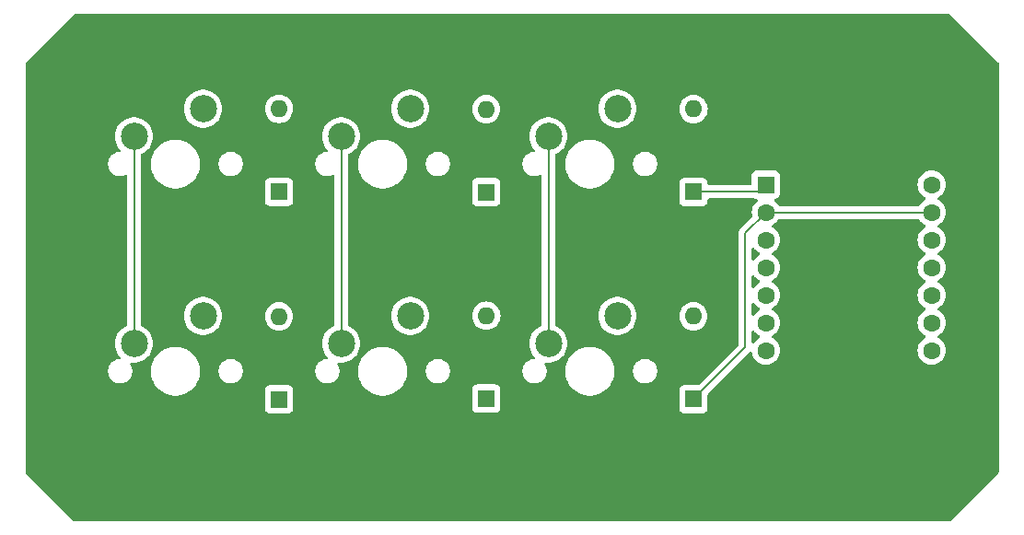
<source format=gbr>
%TF.GenerationSoftware,KiCad,Pcbnew,8.0.6*%
%TF.CreationDate,2024-10-21T20:36:20-04:00*%
%TF.ProjectId,retry,72657472-792e-46b6-9963-61645f706362,rev?*%
%TF.SameCoordinates,Original*%
%TF.FileFunction,Copper,L2,Bot*%
%TF.FilePolarity,Positive*%
%FSLAX46Y46*%
G04 Gerber Fmt 4.6, Leading zero omitted, Abs format (unit mm)*
G04 Created by KiCad (PCBNEW 8.0.6) date 2024-10-21 20:36:20*
%MOMM*%
%LPD*%
G01*
G04 APERTURE LIST*
%TA.AperFunction,ComponentPad*%
%ADD10C,2.500000*%
%TD*%
%TA.AperFunction,ComponentPad*%
%ADD11R,1.600000X1.600000*%
%TD*%
%TA.AperFunction,ComponentPad*%
%ADD12O,1.600000X1.600000*%
%TD*%
%TA.AperFunction,ComponentPad*%
%ADD13C,1.600000*%
%TD*%
%TA.AperFunction,Conductor*%
%ADD14C,0.200000*%
%TD*%
G04 APERTURE END LIST*
D10*
%TO.P,SW3,1,1*%
%TO.N,Column 3*%
X91440000Y-35560000D03*
%TO.P,SW3,2,2*%
%TO.N,Net-(D3-A)*%
X97790000Y-33020000D03*
%TD*%
%TO.P,SW2,1,1*%
%TO.N,Column 2*%
X72390000Y-35560000D03*
%TO.P,SW2,2,2*%
%TO.N,Net-(D2-A)*%
X78740000Y-33020000D03*
%TD*%
%TO.P,SW5,1,1*%
%TO.N,Column 2*%
X72390000Y-54610000D03*
%TO.P,SW5,2,2*%
%TO.N,Net-(D5-A)*%
X78740000Y-52070000D03*
%TD*%
%TO.P,SW4,1,1*%
%TO.N,Column 1*%
X53340000Y-54610000D03*
%TO.P,SW4,2,2*%
%TO.N,Net-(D4-A)*%
X59690000Y-52070000D03*
%TD*%
%TO.P,SW6,1,1*%
%TO.N,Column 3*%
X91440000Y-54610000D03*
%TO.P,SW6,2,2*%
%TO.N,Net-(D6-A)*%
X97790000Y-52070000D03*
%TD*%
%TO.P,SW1,1,1*%
%TO.N,Column 1*%
X53340000Y-35560000D03*
%TO.P,SW1,2,2*%
%TO.N,Net-(D1-A)*%
X59690000Y-33020000D03*
%TD*%
D11*
%TO.P,D6,1,K*%
%TO.N,Row 2*%
X104775000Y-59705000D03*
D12*
%TO.P,D6,2,A*%
%TO.N,Net-(D6-A)*%
X104775000Y-52085000D03*
%TD*%
D11*
%TO.P,D2,1,K*%
%TO.N,Row 1*%
X85725000Y-40675000D03*
D12*
%TO.P,D2,2,A*%
%TO.N,Net-(D2-A)*%
X85725000Y-33055000D03*
%TD*%
D11*
%TO.P,D1,1,K*%
%TO.N,Row 1*%
X66675000Y-40645000D03*
D12*
%TO.P,D1,2,A*%
%TO.N,Net-(D1-A)*%
X66675000Y-33025000D03*
%TD*%
D11*
%TO.P,D4,1,K*%
%TO.N,Row 2*%
X66675000Y-59735000D03*
D12*
%TO.P,D4,2,A*%
%TO.N,Net-(D4-A)*%
X66675000Y-52115000D03*
%TD*%
D11*
%TO.P,D3,1,K*%
%TO.N,Row 1*%
X104785000Y-40655000D03*
D12*
%TO.P,D3,2,A*%
%TO.N,Net-(D3-A)*%
X104785000Y-33035000D03*
%TD*%
D11*
%TO.P,D5,1,K*%
%TO.N,Row 2*%
X85735000Y-59665000D03*
D12*
%TO.P,D5,2,A*%
%TO.N,Net-(D5-A)*%
X85735000Y-52045000D03*
%TD*%
D13*
%TO.P,U1,14,5V*%
%TO.N,unconnected-(U1-5V-Pad14)*%
X126682500Y-40005000D03*
%TO.P,U1,13,GND*%
%TO.N,Row 2*%
X126682500Y-42545000D03*
%TO.P,U1,12,3V3*%
%TO.N,unconnected-(U1-3V3-Pad12)*%
X126682500Y-45085000D03*
%TO.P,U1,11,PA6_A10_D10_MOSI*%
%TO.N,unconnected-(U1-PA6_A10_D10_MOSI-Pad11)*%
X126682500Y-47625000D03*
%TO.P,U1,10,PA5_A9_D9_MISO*%
%TO.N,unconnected-(U1-PA5_A9_D9_MISO-Pad10)*%
X126682500Y-50165000D03*
%TO.P,U1,9,PA7_A8_D8_SCK*%
%TO.N,unconnected-(U1-PA7_A8_D8_SCK-Pad9)*%
X126682500Y-52705000D03*
%TO.P,U1,8,PB09_A7_D7_RX*%
%TO.N,unconnected-(U1-PB09_A7_D7_RX-Pad8)*%
X126682500Y-55245000D03*
%TO.P,U1,7,PB08_A6_D6_TX*%
%TO.N,unconnected-(U1-PB08_A6_D6_TX-Pad7)*%
X111442500Y-55245000D03*
%TO.P,U1,6,PA9_A5_D5_SCL*%
%TO.N,unconnected-(U1-PA9_A5_D5_SCL-Pad6)*%
X111442500Y-52705000D03*
%TO.P,U1,5,PA8_A4_D4_SDA*%
%TO.N,Column 3*%
X111442500Y-50165000D03*
%TO.P,U1,4,PA11_A3_D3*%
%TO.N,Column 2*%
X111442500Y-47625000D03*
%TO.P,U1,3,PA10_A2_D2*%
%TO.N,Column 1*%
X111442500Y-45085000D03*
%TO.P,U1,2,PA4_A1_D1*%
%TO.N,Row 2*%
X111442500Y-42545000D03*
D11*
%TO.P,U1,1,PA02_A0_D0*%
%TO.N,Row 1*%
X111442500Y-40005000D03*
%TD*%
D14*
%TO.N,Row 1*%
X104785000Y-40655000D02*
X110792500Y-40655000D01*
X110792500Y-40655000D02*
X111442500Y-40005000D01*
%TO.N,Row 2*%
X109537500Y-44450000D02*
X111442500Y-42545000D01*
X111442500Y-42545000D02*
X126682500Y-42545000D01*
X104775000Y-59705000D02*
X109537500Y-54942500D01*
X109537500Y-54942500D02*
X109537500Y-44450000D01*
%TO.N,Column 1*%
X53340000Y-35560000D02*
X53340000Y-54610000D01*
%TO.N,Column 2*%
X72390000Y-35560000D02*
X72390000Y-54610000D01*
%TO.N,Column 3*%
X91440000Y-35560000D02*
X91440000Y-54610000D01*
%TD*%
%TA.AperFunction,NonConductor*%
G36*
X128395863Y-24332685D02*
G01*
X128416505Y-24349319D01*
X132813181Y-28745995D01*
X132846666Y-28807318D01*
X132849500Y-28833676D01*
X132849500Y-66416324D01*
X132829815Y-66483363D01*
X132813181Y-66504005D01*
X128416505Y-70900681D01*
X128355182Y-70934166D01*
X128328824Y-70937000D01*
X47883676Y-70937000D01*
X47816637Y-70917315D01*
X47795995Y-70900681D01*
X43399319Y-66504005D01*
X43365834Y-66442682D01*
X43363000Y-66416324D01*
X43363000Y-38011421D01*
X50944500Y-38011421D01*
X50944500Y-38188578D01*
X50972214Y-38363556D01*
X51026956Y-38532039D01*
X51026957Y-38532042D01*
X51107386Y-38689890D01*
X51211517Y-38833214D01*
X51336786Y-38958483D01*
X51480110Y-39062614D01*
X51548577Y-39097500D01*
X51637957Y-39143042D01*
X51637960Y-39143043D01*
X51722201Y-39170414D01*
X51806445Y-39197786D01*
X51981421Y-39225500D01*
X51981422Y-39225500D01*
X52158578Y-39225500D01*
X52158579Y-39225500D01*
X52333555Y-39197786D01*
X52502042Y-39143042D01*
X52559205Y-39113915D01*
X52627873Y-39101019D01*
X52692613Y-39127294D01*
X52732871Y-39184400D01*
X52739500Y-39224400D01*
X52739500Y-52878363D01*
X52719815Y-52945402D01*
X52669302Y-52990083D01*
X52462300Y-53089769D01*
X52245520Y-53237567D01*
X52053198Y-53416014D01*
X51889614Y-53621143D01*
X51758432Y-53848356D01*
X51662582Y-54092578D01*
X51662576Y-54092597D01*
X51604197Y-54348374D01*
X51604196Y-54348379D01*
X51584592Y-54609995D01*
X51584592Y-54610004D01*
X51604196Y-54871620D01*
X51604197Y-54871625D01*
X51662576Y-55127402D01*
X51662578Y-55127411D01*
X51662580Y-55127416D01*
X51758432Y-55371643D01*
X51889614Y-55598857D01*
X51940733Y-55662958D01*
X52053197Y-55803984D01*
X52059377Y-55809717D01*
X52095133Y-55869744D01*
X52092760Y-55939574D01*
X52053011Y-55997035D01*
X51988506Y-56023884D01*
X51984788Y-56024234D01*
X51981428Y-56024498D01*
X51806443Y-56052214D01*
X51637960Y-56106956D01*
X51637957Y-56106957D01*
X51480109Y-56187386D01*
X51402104Y-56244061D01*
X51336786Y-56291517D01*
X51336784Y-56291519D01*
X51336783Y-56291519D01*
X51211519Y-56416783D01*
X51211519Y-56416784D01*
X51211517Y-56416786D01*
X51171592Y-56471738D01*
X51107386Y-56560109D01*
X51026957Y-56717957D01*
X51026956Y-56717960D01*
X50972214Y-56886443D01*
X50944500Y-57061421D01*
X50944500Y-57238578D01*
X50972214Y-57413556D01*
X51026956Y-57582039D01*
X51026957Y-57582042D01*
X51107386Y-57739890D01*
X51211517Y-57883214D01*
X51336786Y-58008483D01*
X51480110Y-58112614D01*
X51548577Y-58147500D01*
X51637957Y-58193042D01*
X51637960Y-58193043D01*
X51722201Y-58220414D01*
X51806445Y-58247786D01*
X51981421Y-58275500D01*
X51981422Y-58275500D01*
X52158578Y-58275500D01*
X52158579Y-58275500D01*
X52333555Y-58247786D01*
X52502042Y-58193042D01*
X52659890Y-58112614D01*
X52803214Y-58008483D01*
X52928483Y-57883214D01*
X53032614Y-57739890D01*
X53113042Y-57582042D01*
X53167786Y-57413555D01*
X53195500Y-57238579D01*
X53195500Y-57061421D01*
X53186165Y-57002486D01*
X54899500Y-57002486D01*
X54899500Y-57297513D01*
X54914778Y-57413555D01*
X54938007Y-57589993D01*
X55014361Y-57874951D01*
X55014364Y-57874961D01*
X55127254Y-58147500D01*
X55127258Y-58147510D01*
X55274761Y-58402993D01*
X55454352Y-58637040D01*
X55454358Y-58637047D01*
X55662952Y-58845641D01*
X55662959Y-58845647D01*
X55897006Y-59025238D01*
X56152489Y-59172741D01*
X56152490Y-59172741D01*
X56152493Y-59172743D01*
X56425048Y-59285639D01*
X56710007Y-59361993D01*
X57002494Y-59400500D01*
X57002501Y-59400500D01*
X57297499Y-59400500D01*
X57297506Y-59400500D01*
X57589993Y-59361993D01*
X57874952Y-59285639D01*
X58147507Y-59172743D01*
X58402994Y-59025238D01*
X58582973Y-58887135D01*
X65374500Y-58887135D01*
X65374500Y-60582870D01*
X65374501Y-60582876D01*
X65380908Y-60642483D01*
X65431202Y-60777328D01*
X65431206Y-60777335D01*
X65517452Y-60892544D01*
X65517455Y-60892547D01*
X65632664Y-60978793D01*
X65632671Y-60978797D01*
X65767517Y-61029091D01*
X65767516Y-61029091D01*
X65774444Y-61029835D01*
X65827127Y-61035500D01*
X67522872Y-61035499D01*
X67582483Y-61029091D01*
X67717331Y-60978796D01*
X67832546Y-60892546D01*
X67918796Y-60777331D01*
X67969091Y-60642483D01*
X67975500Y-60582873D01*
X67975499Y-58887128D01*
X67969091Y-58827517D01*
X67965216Y-58817128D01*
X67918797Y-58692671D01*
X67918793Y-58692664D01*
X67832547Y-58577455D01*
X67832544Y-58577452D01*
X67717335Y-58491206D01*
X67717328Y-58491202D01*
X67582482Y-58440908D01*
X67582483Y-58440908D01*
X67522883Y-58434501D01*
X67522881Y-58434500D01*
X67522873Y-58434500D01*
X67522864Y-58434500D01*
X65827129Y-58434500D01*
X65827123Y-58434501D01*
X65767516Y-58440908D01*
X65632671Y-58491202D01*
X65632664Y-58491206D01*
X65517455Y-58577452D01*
X65517452Y-58577455D01*
X65431206Y-58692664D01*
X65431202Y-58692671D01*
X65380908Y-58827517D01*
X65374501Y-58887116D01*
X65374501Y-58887123D01*
X65374500Y-58887135D01*
X58582973Y-58887135D01*
X58637042Y-58845646D01*
X58845646Y-58637042D01*
X59025238Y-58402994D01*
X59172743Y-58147507D01*
X59285639Y-57874952D01*
X59361993Y-57589993D01*
X59400500Y-57297506D01*
X59400500Y-57061421D01*
X61104500Y-57061421D01*
X61104500Y-57238578D01*
X61132214Y-57413556D01*
X61186956Y-57582039D01*
X61186957Y-57582042D01*
X61267386Y-57739890D01*
X61371517Y-57883214D01*
X61496786Y-58008483D01*
X61640110Y-58112614D01*
X61708577Y-58147500D01*
X61797957Y-58193042D01*
X61797960Y-58193043D01*
X61882201Y-58220414D01*
X61966445Y-58247786D01*
X62141421Y-58275500D01*
X62141422Y-58275500D01*
X62318578Y-58275500D01*
X62318579Y-58275500D01*
X62493555Y-58247786D01*
X62662042Y-58193042D01*
X62819890Y-58112614D01*
X62963214Y-58008483D01*
X63088483Y-57883214D01*
X63192614Y-57739890D01*
X63273042Y-57582042D01*
X63327786Y-57413555D01*
X63355500Y-57238579D01*
X63355500Y-57061421D01*
X63327786Y-56886445D01*
X63273042Y-56717958D01*
X63273042Y-56717957D01*
X63192613Y-56560109D01*
X63192611Y-56560106D01*
X63088483Y-56416786D01*
X62963214Y-56291517D01*
X62819890Y-56187386D01*
X62662042Y-56106957D01*
X62662039Y-56106956D01*
X62493556Y-56052214D01*
X62406067Y-56038357D01*
X62318579Y-56024500D01*
X62141421Y-56024500D01*
X62083095Y-56033738D01*
X61966443Y-56052214D01*
X61797960Y-56106956D01*
X61797957Y-56106957D01*
X61640109Y-56187386D01*
X61562104Y-56244061D01*
X61496786Y-56291517D01*
X61496784Y-56291519D01*
X61496783Y-56291519D01*
X61371519Y-56416783D01*
X61371519Y-56416784D01*
X61371517Y-56416786D01*
X61331592Y-56471738D01*
X61267386Y-56560109D01*
X61186957Y-56717957D01*
X61186956Y-56717960D01*
X61132214Y-56886443D01*
X61104500Y-57061421D01*
X59400500Y-57061421D01*
X59400500Y-57002494D01*
X59361993Y-56710007D01*
X59285639Y-56425048D01*
X59172743Y-56152493D01*
X59159888Y-56130228D01*
X59025238Y-55897006D01*
X58845647Y-55662959D01*
X58845641Y-55662952D01*
X58637047Y-55454358D01*
X58637040Y-55454352D01*
X58402993Y-55274761D01*
X58147510Y-55127258D01*
X58147500Y-55127254D01*
X57874961Y-55014364D01*
X57874954Y-55014362D01*
X57874952Y-55014361D01*
X57589993Y-54938007D01*
X57541113Y-54931571D01*
X57297513Y-54899500D01*
X57297506Y-54899500D01*
X57002494Y-54899500D01*
X57002486Y-54899500D01*
X56724085Y-54936153D01*
X56710007Y-54938007D01*
X56425048Y-55014361D01*
X56425038Y-55014364D01*
X56152499Y-55127254D01*
X56152489Y-55127258D01*
X55897006Y-55274761D01*
X55662959Y-55454352D01*
X55662952Y-55454358D01*
X55454358Y-55662952D01*
X55454352Y-55662959D01*
X55274761Y-55897006D01*
X55127258Y-56152489D01*
X55127254Y-56152499D01*
X55014364Y-56425038D01*
X55014361Y-56425048D01*
X54978172Y-56560110D01*
X54938008Y-56710004D01*
X54938006Y-56710015D01*
X54899500Y-57002486D01*
X53186165Y-57002486D01*
X53167786Y-56886445D01*
X53113042Y-56717958D01*
X53113042Y-56717957D01*
X53085190Y-56663295D01*
X53032614Y-56560110D01*
X53025609Y-56550468D01*
X53022202Y-56545778D01*
X52998722Y-56479972D01*
X53014548Y-56411918D01*
X53064654Y-56363223D01*
X53133132Y-56349348D01*
X53140992Y-56350276D01*
X53208818Y-56360500D01*
X53471182Y-56360500D01*
X53730615Y-56321396D01*
X53981323Y-56244063D01*
X54217704Y-56130228D01*
X54434479Y-55982433D01*
X54626805Y-55803981D01*
X54790386Y-55598857D01*
X54921568Y-55371643D01*
X55017420Y-55127416D01*
X55075802Y-54871630D01*
X55076416Y-54863443D01*
X55095408Y-54610004D01*
X55095408Y-54609995D01*
X55075803Y-54348379D01*
X55075802Y-54348374D01*
X55075802Y-54348370D01*
X55017420Y-54092584D01*
X54921568Y-53848357D01*
X54790386Y-53621143D01*
X54626805Y-53416019D01*
X54626804Y-53416018D01*
X54626801Y-53416014D01*
X54434479Y-53237567D01*
X54343542Y-53175567D01*
X54217704Y-53089772D01*
X54217701Y-53089771D01*
X54217699Y-53089769D01*
X54010698Y-52990083D01*
X53958839Y-52943261D01*
X53940500Y-52878363D01*
X53940500Y-52069995D01*
X57934592Y-52069995D01*
X57934592Y-52070004D01*
X57954196Y-52331620D01*
X57954197Y-52331625D01*
X58012576Y-52587402D01*
X58012578Y-52587411D01*
X58012580Y-52587416D01*
X58108432Y-52831643D01*
X58239614Y-53058857D01*
X58313492Y-53151497D01*
X58403198Y-53263985D01*
X58528097Y-53379873D01*
X58595521Y-53442433D01*
X58812296Y-53590228D01*
X58812301Y-53590230D01*
X58812302Y-53590231D01*
X58812303Y-53590232D01*
X58937843Y-53650688D01*
X59048673Y-53704061D01*
X59048674Y-53704061D01*
X59048677Y-53704063D01*
X59299385Y-53781396D01*
X59558818Y-53820500D01*
X59821182Y-53820500D01*
X60080615Y-53781396D01*
X60331323Y-53704063D01*
X60567704Y-53590228D01*
X60784479Y-53442433D01*
X60976805Y-53263981D01*
X61140386Y-53058857D01*
X61271568Y-52831643D01*
X61367420Y-52587416D01*
X61425802Y-52331630D01*
X61427297Y-52311686D01*
X61442036Y-52114998D01*
X65369532Y-52114998D01*
X65369532Y-52115001D01*
X65389364Y-52341686D01*
X65389366Y-52341697D01*
X65448258Y-52561488D01*
X65448261Y-52561497D01*
X65544431Y-52767732D01*
X65544432Y-52767734D01*
X65674954Y-52954141D01*
X65835858Y-53115045D01*
X65835861Y-53115047D01*
X66022266Y-53245568D01*
X66228504Y-53341739D01*
X66448308Y-53400635D01*
X66610230Y-53414801D01*
X66674998Y-53420468D01*
X66675000Y-53420468D01*
X66675002Y-53420468D01*
X66731673Y-53415509D01*
X66901692Y-53400635D01*
X67121496Y-53341739D01*
X67327734Y-53245568D01*
X67514139Y-53115047D01*
X67675047Y-52954139D01*
X67805568Y-52767734D01*
X67901739Y-52561496D01*
X67960635Y-52341692D01*
X67980468Y-52115000D01*
X67977843Y-52085001D01*
X67968527Y-51978511D01*
X67960635Y-51888308D01*
X67901739Y-51668504D01*
X67805568Y-51462266D01*
X67675047Y-51275861D01*
X67675045Y-51275858D01*
X67514141Y-51114954D01*
X67327734Y-50984432D01*
X67327732Y-50984431D01*
X67121497Y-50888261D01*
X67121488Y-50888258D01*
X66901697Y-50829366D01*
X66901693Y-50829365D01*
X66901692Y-50829365D01*
X66901691Y-50829364D01*
X66901686Y-50829364D01*
X66675002Y-50809532D01*
X66674998Y-50809532D01*
X66448313Y-50829364D01*
X66448302Y-50829366D01*
X66228511Y-50888258D01*
X66228502Y-50888261D01*
X66022267Y-50984431D01*
X66022265Y-50984432D01*
X65835858Y-51114954D01*
X65674954Y-51275858D01*
X65544432Y-51462265D01*
X65544431Y-51462267D01*
X65448261Y-51668502D01*
X65448258Y-51668511D01*
X65389366Y-51888302D01*
X65389364Y-51888313D01*
X65369532Y-52114998D01*
X61442036Y-52114998D01*
X61445408Y-52070004D01*
X61445408Y-52069995D01*
X61425803Y-51808379D01*
X61425802Y-51808374D01*
X61425802Y-51808370D01*
X61367420Y-51552584D01*
X61271568Y-51308357D01*
X61140386Y-51081143D01*
X60976805Y-50876019D01*
X60976804Y-50876018D01*
X60976801Y-50876014D01*
X60784479Y-50697567D01*
X60567704Y-50549772D01*
X60567700Y-50549770D01*
X60567697Y-50549768D01*
X60567696Y-50549767D01*
X60331325Y-50435938D01*
X60331327Y-50435938D01*
X60080623Y-50358606D01*
X60080619Y-50358605D01*
X60080615Y-50358604D01*
X59955823Y-50339794D01*
X59821187Y-50319500D01*
X59821182Y-50319500D01*
X59558818Y-50319500D01*
X59558812Y-50319500D01*
X59397247Y-50343853D01*
X59299385Y-50358604D01*
X59299382Y-50358605D01*
X59299376Y-50358606D01*
X59048673Y-50435938D01*
X58812303Y-50549767D01*
X58812302Y-50549768D01*
X58595520Y-50697567D01*
X58403198Y-50876014D01*
X58239614Y-51081143D01*
X58108432Y-51308356D01*
X58012582Y-51552578D01*
X58012576Y-51552597D01*
X57954197Y-51808374D01*
X57954196Y-51808379D01*
X57934592Y-52069995D01*
X53940500Y-52069995D01*
X53940500Y-37952486D01*
X54899500Y-37952486D01*
X54899500Y-38247513D01*
X54914778Y-38363555D01*
X54938007Y-38539993D01*
X55014361Y-38824951D01*
X55014364Y-38824961D01*
X55127254Y-39097500D01*
X55127258Y-39097510D01*
X55274761Y-39352993D01*
X55454352Y-39587040D01*
X55454358Y-39587047D01*
X55662952Y-39795641D01*
X55662959Y-39795647D01*
X55897006Y-39975238D01*
X56152489Y-40122741D01*
X56152490Y-40122741D01*
X56152493Y-40122743D01*
X56363296Y-40210060D01*
X56415504Y-40231686D01*
X56425048Y-40235639D01*
X56710007Y-40311993D01*
X57002494Y-40350500D01*
X57002501Y-40350500D01*
X57297499Y-40350500D01*
X57297506Y-40350500D01*
X57589993Y-40311993D01*
X57874952Y-40235639D01*
X58147507Y-40122743D01*
X58402994Y-39975238D01*
X58635102Y-39797135D01*
X65374500Y-39797135D01*
X65374500Y-41492870D01*
X65374501Y-41492876D01*
X65380908Y-41552483D01*
X65431202Y-41687328D01*
X65431206Y-41687335D01*
X65517452Y-41802544D01*
X65517455Y-41802547D01*
X65632664Y-41888793D01*
X65632671Y-41888797D01*
X65767517Y-41939091D01*
X65767516Y-41939091D01*
X65774444Y-41939835D01*
X65827127Y-41945500D01*
X67522872Y-41945499D01*
X67582483Y-41939091D01*
X67717331Y-41888796D01*
X67832546Y-41802546D01*
X67918796Y-41687331D01*
X67969091Y-41552483D01*
X67975500Y-41492873D01*
X67975499Y-39797128D01*
X67969091Y-39737517D01*
X67929985Y-39632669D01*
X67918797Y-39602671D01*
X67918793Y-39602664D01*
X67832547Y-39487455D01*
X67832544Y-39487452D01*
X67717335Y-39401206D01*
X67717328Y-39401202D01*
X67582482Y-39350908D01*
X67582483Y-39350908D01*
X67522883Y-39344501D01*
X67522881Y-39344500D01*
X67522873Y-39344500D01*
X67522864Y-39344500D01*
X65827129Y-39344500D01*
X65827123Y-39344501D01*
X65767516Y-39350908D01*
X65632671Y-39401202D01*
X65632664Y-39401206D01*
X65517455Y-39487452D01*
X65517452Y-39487455D01*
X65431206Y-39602664D01*
X65431202Y-39602671D01*
X65380908Y-39737517D01*
X65374660Y-39795641D01*
X65374501Y-39797123D01*
X65374500Y-39797135D01*
X58635102Y-39797135D01*
X58637042Y-39795646D01*
X58845646Y-39587042D01*
X59025238Y-39352994D01*
X59172743Y-39097507D01*
X59285639Y-38824952D01*
X59361993Y-38539993D01*
X59400500Y-38247506D01*
X59400500Y-38011421D01*
X61104500Y-38011421D01*
X61104500Y-38188578D01*
X61132214Y-38363556D01*
X61186956Y-38532039D01*
X61186957Y-38532042D01*
X61267386Y-38689890D01*
X61371517Y-38833214D01*
X61496786Y-38958483D01*
X61640110Y-39062614D01*
X61708577Y-39097500D01*
X61797957Y-39143042D01*
X61797960Y-39143043D01*
X61882201Y-39170414D01*
X61966445Y-39197786D01*
X62141421Y-39225500D01*
X62141422Y-39225500D01*
X62318578Y-39225500D01*
X62318579Y-39225500D01*
X62493555Y-39197786D01*
X62662042Y-39143042D01*
X62819890Y-39062614D01*
X62963214Y-38958483D01*
X63088483Y-38833214D01*
X63192614Y-38689890D01*
X63273042Y-38532042D01*
X63327786Y-38363555D01*
X63355500Y-38188579D01*
X63355500Y-38011421D01*
X69994500Y-38011421D01*
X69994500Y-38188578D01*
X70022214Y-38363556D01*
X70076956Y-38532039D01*
X70076957Y-38532042D01*
X70157386Y-38689890D01*
X70261517Y-38833214D01*
X70386786Y-38958483D01*
X70530110Y-39062614D01*
X70598577Y-39097500D01*
X70687957Y-39143042D01*
X70687960Y-39143043D01*
X70772201Y-39170414D01*
X70856445Y-39197786D01*
X71031421Y-39225500D01*
X71031422Y-39225500D01*
X71208578Y-39225500D01*
X71208579Y-39225500D01*
X71383555Y-39197786D01*
X71552042Y-39143042D01*
X71609205Y-39113915D01*
X71677873Y-39101019D01*
X71742613Y-39127294D01*
X71782871Y-39184400D01*
X71789500Y-39224400D01*
X71789500Y-52878363D01*
X71769815Y-52945402D01*
X71719302Y-52990083D01*
X71512300Y-53089769D01*
X71295520Y-53237567D01*
X71103198Y-53416014D01*
X70939614Y-53621143D01*
X70808432Y-53848356D01*
X70712582Y-54092578D01*
X70712576Y-54092597D01*
X70654197Y-54348374D01*
X70654196Y-54348379D01*
X70634592Y-54609995D01*
X70634592Y-54610004D01*
X70654196Y-54871620D01*
X70654197Y-54871625D01*
X70712576Y-55127402D01*
X70712578Y-55127411D01*
X70712580Y-55127416D01*
X70808432Y-55371643D01*
X70939614Y-55598857D01*
X70990733Y-55662958D01*
X71103197Y-55803984D01*
X71109377Y-55809717D01*
X71145133Y-55869744D01*
X71142760Y-55939574D01*
X71103011Y-55997035D01*
X71038506Y-56023884D01*
X71034788Y-56024234D01*
X71031428Y-56024498D01*
X70856443Y-56052214D01*
X70687960Y-56106956D01*
X70687957Y-56106957D01*
X70530109Y-56187386D01*
X70452104Y-56244061D01*
X70386786Y-56291517D01*
X70386784Y-56291519D01*
X70386783Y-56291519D01*
X70261519Y-56416783D01*
X70261519Y-56416784D01*
X70261517Y-56416786D01*
X70221592Y-56471738D01*
X70157386Y-56560109D01*
X70076957Y-56717957D01*
X70076956Y-56717960D01*
X70022214Y-56886443D01*
X69994500Y-57061421D01*
X69994500Y-57238578D01*
X70022214Y-57413556D01*
X70076956Y-57582039D01*
X70076957Y-57582042D01*
X70157386Y-57739890D01*
X70261517Y-57883214D01*
X70386786Y-58008483D01*
X70530110Y-58112614D01*
X70598577Y-58147500D01*
X70687957Y-58193042D01*
X70687960Y-58193043D01*
X70772201Y-58220414D01*
X70856445Y-58247786D01*
X71031421Y-58275500D01*
X71031422Y-58275500D01*
X71208578Y-58275500D01*
X71208579Y-58275500D01*
X71383555Y-58247786D01*
X71552042Y-58193042D01*
X71709890Y-58112614D01*
X71853214Y-58008483D01*
X71978483Y-57883214D01*
X72082614Y-57739890D01*
X72163042Y-57582042D01*
X72217786Y-57413555D01*
X72245500Y-57238579D01*
X72245500Y-57061421D01*
X72236165Y-57002486D01*
X73949500Y-57002486D01*
X73949500Y-57297513D01*
X73964778Y-57413555D01*
X73988007Y-57589993D01*
X74064361Y-57874951D01*
X74064364Y-57874961D01*
X74177254Y-58147500D01*
X74177258Y-58147510D01*
X74324761Y-58402993D01*
X74504352Y-58637040D01*
X74504358Y-58637047D01*
X74712952Y-58845641D01*
X74712959Y-58845647D01*
X74947006Y-59025238D01*
X75202489Y-59172741D01*
X75202490Y-59172741D01*
X75202493Y-59172743D01*
X75475048Y-59285639D01*
X75760007Y-59361993D01*
X76052494Y-59400500D01*
X76052501Y-59400500D01*
X76347499Y-59400500D01*
X76347506Y-59400500D01*
X76639993Y-59361993D01*
X76924952Y-59285639D01*
X77197507Y-59172743D01*
X77452994Y-59025238D01*
X77687042Y-58845646D01*
X77715553Y-58817135D01*
X84434500Y-58817135D01*
X84434500Y-60512870D01*
X84434501Y-60512876D01*
X84440908Y-60572483D01*
X84491202Y-60707328D01*
X84491206Y-60707335D01*
X84577452Y-60822544D01*
X84577455Y-60822547D01*
X84692664Y-60908793D01*
X84692671Y-60908797D01*
X84827517Y-60959091D01*
X84827516Y-60959091D01*
X84834444Y-60959835D01*
X84887127Y-60965500D01*
X86582872Y-60965499D01*
X86642483Y-60959091D01*
X86777331Y-60908796D01*
X86892546Y-60822546D01*
X86978796Y-60707331D01*
X87029091Y-60572483D01*
X87035500Y-60512873D01*
X87035499Y-58817128D01*
X87029091Y-58757517D01*
X87004904Y-58692669D01*
X86978797Y-58622671D01*
X86978793Y-58622664D01*
X86892547Y-58507455D01*
X86892544Y-58507452D01*
X86777335Y-58421206D01*
X86777328Y-58421202D01*
X86642482Y-58370908D01*
X86642483Y-58370908D01*
X86582883Y-58364501D01*
X86582881Y-58364500D01*
X86582873Y-58364500D01*
X86582864Y-58364500D01*
X84887129Y-58364500D01*
X84887123Y-58364501D01*
X84827516Y-58370908D01*
X84692671Y-58421202D01*
X84692664Y-58421206D01*
X84577455Y-58507452D01*
X84577452Y-58507455D01*
X84491206Y-58622664D01*
X84491202Y-58622671D01*
X84440908Y-58757517D01*
X84436608Y-58797517D01*
X84434501Y-58817123D01*
X84434500Y-58817135D01*
X77715553Y-58817135D01*
X77895646Y-58637042D01*
X78075238Y-58402994D01*
X78222743Y-58147507D01*
X78335639Y-57874952D01*
X78411993Y-57589993D01*
X78450500Y-57297506D01*
X78450500Y-57061421D01*
X80154500Y-57061421D01*
X80154500Y-57238578D01*
X80182214Y-57413556D01*
X80236956Y-57582039D01*
X80236957Y-57582042D01*
X80317386Y-57739890D01*
X80421517Y-57883214D01*
X80546786Y-58008483D01*
X80690110Y-58112614D01*
X80758577Y-58147500D01*
X80847957Y-58193042D01*
X80847960Y-58193043D01*
X80932201Y-58220414D01*
X81016445Y-58247786D01*
X81191421Y-58275500D01*
X81191422Y-58275500D01*
X81368578Y-58275500D01*
X81368579Y-58275500D01*
X81543555Y-58247786D01*
X81712042Y-58193042D01*
X81869890Y-58112614D01*
X82013214Y-58008483D01*
X82138483Y-57883214D01*
X82242614Y-57739890D01*
X82323042Y-57582042D01*
X82377786Y-57413555D01*
X82405500Y-57238579D01*
X82405500Y-57061421D01*
X82377786Y-56886445D01*
X82323042Y-56717958D01*
X82323042Y-56717957D01*
X82242613Y-56560109D01*
X82242611Y-56560106D01*
X82138483Y-56416786D01*
X82013214Y-56291517D01*
X81869890Y-56187386D01*
X81712042Y-56106957D01*
X81712039Y-56106956D01*
X81543556Y-56052214D01*
X81456067Y-56038357D01*
X81368579Y-56024500D01*
X81191421Y-56024500D01*
X81133095Y-56033738D01*
X81016443Y-56052214D01*
X80847960Y-56106956D01*
X80847957Y-56106957D01*
X80690109Y-56187386D01*
X80612104Y-56244061D01*
X80546786Y-56291517D01*
X80546784Y-56291519D01*
X80546783Y-56291519D01*
X80421519Y-56416783D01*
X80421519Y-56416784D01*
X80421517Y-56416786D01*
X80381592Y-56471738D01*
X80317386Y-56560109D01*
X80236957Y-56717957D01*
X80236956Y-56717960D01*
X80182214Y-56886443D01*
X80154500Y-57061421D01*
X78450500Y-57061421D01*
X78450500Y-57002494D01*
X78411993Y-56710007D01*
X78335639Y-56425048D01*
X78222743Y-56152493D01*
X78209888Y-56130228D01*
X78075238Y-55897006D01*
X77895647Y-55662959D01*
X77895641Y-55662952D01*
X77687047Y-55454358D01*
X77687040Y-55454352D01*
X77452993Y-55274761D01*
X77197510Y-55127258D01*
X77197500Y-55127254D01*
X76924961Y-55014364D01*
X76924954Y-55014362D01*
X76924952Y-55014361D01*
X76639993Y-54938007D01*
X76591113Y-54931571D01*
X76347513Y-54899500D01*
X76347506Y-54899500D01*
X76052494Y-54899500D01*
X76052486Y-54899500D01*
X75774085Y-54936153D01*
X75760007Y-54938007D01*
X75475048Y-55014361D01*
X75475038Y-55014364D01*
X75202499Y-55127254D01*
X75202489Y-55127258D01*
X74947006Y-55274761D01*
X74712959Y-55454352D01*
X74712952Y-55454358D01*
X74504358Y-55662952D01*
X74504352Y-55662959D01*
X74324761Y-55897006D01*
X74177258Y-56152489D01*
X74177254Y-56152499D01*
X74064364Y-56425038D01*
X74064361Y-56425048D01*
X74028172Y-56560110D01*
X73988008Y-56710004D01*
X73988006Y-56710015D01*
X73949500Y-57002486D01*
X72236165Y-57002486D01*
X72217786Y-56886445D01*
X72163042Y-56717958D01*
X72163042Y-56717957D01*
X72135190Y-56663295D01*
X72082614Y-56560110D01*
X72075609Y-56550468D01*
X72072202Y-56545778D01*
X72048722Y-56479972D01*
X72064548Y-56411918D01*
X72114654Y-56363223D01*
X72183132Y-56349348D01*
X72190992Y-56350276D01*
X72258818Y-56360500D01*
X72521182Y-56360500D01*
X72780615Y-56321396D01*
X73031323Y-56244063D01*
X73267704Y-56130228D01*
X73484479Y-55982433D01*
X73676805Y-55803981D01*
X73840386Y-55598857D01*
X73971568Y-55371643D01*
X74067420Y-55127416D01*
X74125802Y-54871630D01*
X74126416Y-54863443D01*
X74145408Y-54610004D01*
X74145408Y-54609995D01*
X74125803Y-54348379D01*
X74125802Y-54348374D01*
X74125802Y-54348370D01*
X74067420Y-54092584D01*
X73971568Y-53848357D01*
X73840386Y-53621143D01*
X73676805Y-53416019D01*
X73676804Y-53416018D01*
X73676801Y-53416014D01*
X73484479Y-53237567D01*
X73393542Y-53175567D01*
X73267704Y-53089772D01*
X73267701Y-53089771D01*
X73267699Y-53089769D01*
X73060698Y-52990083D01*
X73008839Y-52943261D01*
X72990500Y-52878363D01*
X72990500Y-52069995D01*
X76984592Y-52069995D01*
X76984592Y-52070004D01*
X77004196Y-52331620D01*
X77004197Y-52331625D01*
X77062576Y-52587402D01*
X77062578Y-52587411D01*
X77062580Y-52587416D01*
X77158432Y-52831643D01*
X77289614Y-53058857D01*
X77363492Y-53151497D01*
X77453198Y-53263985D01*
X77578097Y-53379873D01*
X77645521Y-53442433D01*
X77862296Y-53590228D01*
X77862301Y-53590230D01*
X77862302Y-53590231D01*
X77862303Y-53590232D01*
X77987843Y-53650688D01*
X78098673Y-53704061D01*
X78098674Y-53704061D01*
X78098677Y-53704063D01*
X78349385Y-53781396D01*
X78608818Y-53820500D01*
X78871182Y-53820500D01*
X79130615Y-53781396D01*
X79381323Y-53704063D01*
X79617704Y-53590228D01*
X79834479Y-53442433D01*
X80026805Y-53263981D01*
X80190386Y-53058857D01*
X80321568Y-52831643D01*
X80417420Y-52587416D01*
X80475802Y-52331630D01*
X80477297Y-52311686D01*
X80495408Y-52070004D01*
X80495408Y-52069995D01*
X80493535Y-52044998D01*
X84429532Y-52044998D01*
X84429532Y-52045001D01*
X84449364Y-52271686D01*
X84449366Y-52271697D01*
X84508258Y-52491488D01*
X84508261Y-52491497D01*
X84604431Y-52697732D01*
X84604432Y-52697734D01*
X84734954Y-52884141D01*
X84895858Y-53045045D01*
X84895861Y-53045047D01*
X85082266Y-53175568D01*
X85288504Y-53271739D01*
X85508308Y-53330635D01*
X85670230Y-53344801D01*
X85734998Y-53350468D01*
X85735000Y-53350468D01*
X85735002Y-53350468D01*
X85791673Y-53345509D01*
X85961692Y-53330635D01*
X86181496Y-53271739D01*
X86387734Y-53175568D01*
X86574139Y-53045047D01*
X86735047Y-52884139D01*
X86865568Y-52697734D01*
X86961739Y-52491496D01*
X87020635Y-52271692D01*
X87040468Y-52045000D01*
X87020635Y-51818308D01*
X86961739Y-51598504D01*
X86865568Y-51392266D01*
X86735047Y-51205861D01*
X86735045Y-51205858D01*
X86574141Y-51044954D01*
X86387734Y-50914432D01*
X86387732Y-50914431D01*
X86181497Y-50818261D01*
X86181488Y-50818258D01*
X85961697Y-50759366D01*
X85961693Y-50759365D01*
X85961692Y-50759365D01*
X85961691Y-50759364D01*
X85961686Y-50759364D01*
X85735002Y-50739532D01*
X85734998Y-50739532D01*
X85508313Y-50759364D01*
X85508302Y-50759366D01*
X85288511Y-50818258D01*
X85288502Y-50818261D01*
X85082267Y-50914431D01*
X85082265Y-50914432D01*
X84895858Y-51044954D01*
X84734954Y-51205858D01*
X84604432Y-51392265D01*
X84604431Y-51392267D01*
X84508261Y-51598502D01*
X84508258Y-51598511D01*
X84449366Y-51818302D01*
X84449364Y-51818313D01*
X84429532Y-52044998D01*
X80493535Y-52044998D01*
X80475803Y-51808379D01*
X80475802Y-51808374D01*
X80475802Y-51808370D01*
X80417420Y-51552584D01*
X80321568Y-51308357D01*
X80190386Y-51081143D01*
X80026805Y-50876019D01*
X80026804Y-50876018D01*
X80026801Y-50876014D01*
X79834479Y-50697567D01*
X79617704Y-50549772D01*
X79617700Y-50549770D01*
X79617697Y-50549768D01*
X79617696Y-50549767D01*
X79381325Y-50435938D01*
X79381327Y-50435938D01*
X79130623Y-50358606D01*
X79130619Y-50358605D01*
X79130615Y-50358604D01*
X79005823Y-50339794D01*
X78871187Y-50319500D01*
X78871182Y-50319500D01*
X78608818Y-50319500D01*
X78608812Y-50319500D01*
X78447247Y-50343853D01*
X78349385Y-50358604D01*
X78349382Y-50358605D01*
X78349376Y-50358606D01*
X78098673Y-50435938D01*
X77862303Y-50549767D01*
X77862302Y-50549768D01*
X77645520Y-50697567D01*
X77453198Y-50876014D01*
X77289614Y-51081143D01*
X77158432Y-51308356D01*
X77062582Y-51552578D01*
X77062576Y-51552597D01*
X77004197Y-51808374D01*
X77004196Y-51808379D01*
X76984592Y-52069995D01*
X72990500Y-52069995D01*
X72990500Y-37952486D01*
X73949500Y-37952486D01*
X73949500Y-38247513D01*
X73964778Y-38363555D01*
X73988007Y-38539993D01*
X74064361Y-38824951D01*
X74064364Y-38824961D01*
X74177254Y-39097500D01*
X74177258Y-39097510D01*
X74324761Y-39352993D01*
X74504352Y-39587040D01*
X74504358Y-39587047D01*
X74712952Y-39795641D01*
X74712959Y-39795647D01*
X74947006Y-39975238D01*
X75202489Y-40122741D01*
X75202490Y-40122741D01*
X75202493Y-40122743D01*
X75413296Y-40210060D01*
X75465504Y-40231686D01*
X75475048Y-40235639D01*
X75760007Y-40311993D01*
X76052494Y-40350500D01*
X76052501Y-40350500D01*
X76347499Y-40350500D01*
X76347506Y-40350500D01*
X76639993Y-40311993D01*
X76924952Y-40235639D01*
X77197507Y-40122743D01*
X77452994Y-39975238D01*
X77646005Y-39827135D01*
X84424500Y-39827135D01*
X84424500Y-41522870D01*
X84424501Y-41522876D01*
X84430908Y-41582483D01*
X84481202Y-41717328D01*
X84481206Y-41717335D01*
X84567452Y-41832544D01*
X84567455Y-41832547D01*
X84682664Y-41918793D01*
X84682671Y-41918797D01*
X84817517Y-41969091D01*
X84817516Y-41969091D01*
X84824444Y-41969835D01*
X84877127Y-41975500D01*
X86572872Y-41975499D01*
X86632483Y-41969091D01*
X86767331Y-41918796D01*
X86882546Y-41832546D01*
X86968796Y-41717331D01*
X87019091Y-41582483D01*
X87025500Y-41522873D01*
X87025499Y-39827128D01*
X87019091Y-39767517D01*
X87011631Y-39747517D01*
X86968797Y-39632671D01*
X86968793Y-39632664D01*
X86882547Y-39517455D01*
X86882544Y-39517452D01*
X86767335Y-39431206D01*
X86767328Y-39431202D01*
X86632482Y-39380908D01*
X86632483Y-39380908D01*
X86572883Y-39374501D01*
X86572881Y-39374500D01*
X86572873Y-39374500D01*
X86572864Y-39374500D01*
X84877129Y-39374500D01*
X84877123Y-39374501D01*
X84817516Y-39380908D01*
X84682671Y-39431202D01*
X84682664Y-39431206D01*
X84567455Y-39517452D01*
X84567452Y-39517455D01*
X84481206Y-39632664D01*
X84481202Y-39632671D01*
X84430908Y-39767517D01*
X84426650Y-39807127D01*
X84424501Y-39827123D01*
X84424500Y-39827135D01*
X77646005Y-39827135D01*
X77687042Y-39795646D01*
X77895646Y-39587042D01*
X78075238Y-39352994D01*
X78222743Y-39097507D01*
X78335639Y-38824952D01*
X78411993Y-38539993D01*
X78450500Y-38247506D01*
X78450500Y-38011421D01*
X80154500Y-38011421D01*
X80154500Y-38188578D01*
X80182214Y-38363556D01*
X80236956Y-38532039D01*
X80236957Y-38532042D01*
X80317386Y-38689890D01*
X80421517Y-38833214D01*
X80546786Y-38958483D01*
X80690110Y-39062614D01*
X80758577Y-39097500D01*
X80847957Y-39143042D01*
X80847960Y-39143043D01*
X80932201Y-39170414D01*
X81016445Y-39197786D01*
X81191421Y-39225500D01*
X81191422Y-39225500D01*
X81368578Y-39225500D01*
X81368579Y-39225500D01*
X81543555Y-39197786D01*
X81712042Y-39143042D01*
X81869890Y-39062614D01*
X82013214Y-38958483D01*
X82138483Y-38833214D01*
X82242614Y-38689890D01*
X82323042Y-38532042D01*
X82377786Y-38363555D01*
X82405500Y-38188579D01*
X82405500Y-38011421D01*
X89044500Y-38011421D01*
X89044500Y-38188578D01*
X89072214Y-38363556D01*
X89126956Y-38532039D01*
X89126957Y-38532042D01*
X89207386Y-38689890D01*
X89311517Y-38833214D01*
X89436786Y-38958483D01*
X89580110Y-39062614D01*
X89648577Y-39097500D01*
X89737957Y-39143042D01*
X89737960Y-39143043D01*
X89822201Y-39170414D01*
X89906445Y-39197786D01*
X90081421Y-39225500D01*
X90081422Y-39225500D01*
X90258578Y-39225500D01*
X90258579Y-39225500D01*
X90433555Y-39197786D01*
X90602042Y-39143042D01*
X90659205Y-39113915D01*
X90727873Y-39101019D01*
X90792613Y-39127294D01*
X90832871Y-39184400D01*
X90839500Y-39224400D01*
X90839500Y-52878363D01*
X90819815Y-52945402D01*
X90769302Y-52990083D01*
X90562300Y-53089769D01*
X90345520Y-53237567D01*
X90153198Y-53416014D01*
X89989614Y-53621143D01*
X89858432Y-53848356D01*
X89762582Y-54092578D01*
X89762576Y-54092597D01*
X89704197Y-54348374D01*
X89704196Y-54348379D01*
X89684592Y-54609995D01*
X89684592Y-54610004D01*
X89704196Y-54871620D01*
X89704197Y-54871625D01*
X89762576Y-55127402D01*
X89762578Y-55127411D01*
X89762580Y-55127416D01*
X89858432Y-55371643D01*
X89989614Y-55598857D01*
X90040733Y-55662958D01*
X90153197Y-55803984D01*
X90159377Y-55809717D01*
X90195133Y-55869744D01*
X90192760Y-55939574D01*
X90153011Y-55997035D01*
X90088506Y-56023884D01*
X90084788Y-56024234D01*
X90081428Y-56024498D01*
X89906443Y-56052214D01*
X89737960Y-56106956D01*
X89737957Y-56106957D01*
X89580109Y-56187386D01*
X89502104Y-56244061D01*
X89436786Y-56291517D01*
X89436784Y-56291519D01*
X89436783Y-56291519D01*
X89311519Y-56416783D01*
X89311519Y-56416784D01*
X89311517Y-56416786D01*
X89271592Y-56471738D01*
X89207386Y-56560109D01*
X89126957Y-56717957D01*
X89126956Y-56717960D01*
X89072214Y-56886443D01*
X89044500Y-57061421D01*
X89044500Y-57238578D01*
X89072214Y-57413556D01*
X89126956Y-57582039D01*
X89126957Y-57582042D01*
X89207386Y-57739890D01*
X89311517Y-57883214D01*
X89436786Y-58008483D01*
X89580110Y-58112614D01*
X89648577Y-58147500D01*
X89737957Y-58193042D01*
X89737960Y-58193043D01*
X89822201Y-58220414D01*
X89906445Y-58247786D01*
X90081421Y-58275500D01*
X90081422Y-58275500D01*
X90258578Y-58275500D01*
X90258579Y-58275500D01*
X90433555Y-58247786D01*
X90602042Y-58193042D01*
X90759890Y-58112614D01*
X90903214Y-58008483D01*
X91028483Y-57883214D01*
X91132614Y-57739890D01*
X91213042Y-57582042D01*
X91267786Y-57413555D01*
X91295500Y-57238579D01*
X91295500Y-57061421D01*
X91286165Y-57002486D01*
X92999500Y-57002486D01*
X92999500Y-57297513D01*
X93014778Y-57413555D01*
X93038007Y-57589993D01*
X93114361Y-57874951D01*
X93114364Y-57874961D01*
X93227254Y-58147500D01*
X93227258Y-58147510D01*
X93374761Y-58402993D01*
X93554352Y-58637040D01*
X93554358Y-58637047D01*
X93762952Y-58845641D01*
X93762959Y-58845647D01*
X93997006Y-59025238D01*
X94252489Y-59172741D01*
X94252490Y-59172741D01*
X94252493Y-59172743D01*
X94525048Y-59285639D01*
X94810007Y-59361993D01*
X95102494Y-59400500D01*
X95102501Y-59400500D01*
X95397499Y-59400500D01*
X95397506Y-59400500D01*
X95689993Y-59361993D01*
X95974952Y-59285639D01*
X96247507Y-59172743D01*
X96502994Y-59025238D01*
X96722069Y-58857135D01*
X103474500Y-58857135D01*
X103474500Y-60552870D01*
X103474501Y-60552876D01*
X103480908Y-60612483D01*
X103531202Y-60747328D01*
X103531206Y-60747335D01*
X103617452Y-60862544D01*
X103617455Y-60862547D01*
X103732664Y-60948793D01*
X103732671Y-60948797D01*
X103867517Y-60999091D01*
X103867516Y-60999091D01*
X103874444Y-60999835D01*
X103927127Y-61005500D01*
X105622872Y-61005499D01*
X105682483Y-60999091D01*
X105817331Y-60948796D01*
X105932546Y-60862546D01*
X106018796Y-60747331D01*
X106069091Y-60612483D01*
X106075500Y-60552873D01*
X106075499Y-59305095D01*
X106095184Y-59238057D01*
X106111813Y-59217420D01*
X109896006Y-55433228D01*
X109896011Y-55433224D01*
X109906214Y-55423020D01*
X109906216Y-55423020D01*
X109944752Y-55384483D01*
X110006073Y-55350999D01*
X110075764Y-55355983D01*
X110131698Y-55397854D01*
X110155959Y-55461350D01*
X110156863Y-55471679D01*
X110156866Y-55471697D01*
X110215758Y-55691488D01*
X110215761Y-55691497D01*
X110311931Y-55897732D01*
X110311932Y-55897734D01*
X110442454Y-56084141D01*
X110603358Y-56245045D01*
X110603361Y-56245047D01*
X110789766Y-56375568D01*
X110996004Y-56471739D01*
X111215808Y-56530635D01*
X111377730Y-56544801D01*
X111442498Y-56550468D01*
X111442500Y-56550468D01*
X111442502Y-56550468D01*
X111499173Y-56545509D01*
X111669192Y-56530635D01*
X111888996Y-56471739D01*
X112095234Y-56375568D01*
X112281639Y-56245047D01*
X112442547Y-56084139D01*
X112573068Y-55897734D01*
X112669239Y-55691496D01*
X112728135Y-55471692D01*
X112747968Y-55245000D01*
X112728135Y-55018308D01*
X112669239Y-54798504D01*
X112573068Y-54592266D01*
X112442547Y-54405861D01*
X112442545Y-54405858D01*
X112281641Y-54244954D01*
X112095234Y-54114432D01*
X112095228Y-54114429D01*
X112037225Y-54087382D01*
X111984785Y-54041210D01*
X111965633Y-53974017D01*
X111985848Y-53907135D01*
X112037225Y-53862618D01*
X112095234Y-53835568D01*
X112281639Y-53705047D01*
X112442547Y-53544139D01*
X112573068Y-53357734D01*
X112669239Y-53151496D01*
X112728135Y-52931692D01*
X112747968Y-52705000D01*
X112728135Y-52478308D01*
X112669239Y-52258504D01*
X112573068Y-52052266D01*
X112442547Y-51865861D01*
X112442545Y-51865858D01*
X112281641Y-51704954D01*
X112095234Y-51574432D01*
X112095228Y-51574429D01*
X112037225Y-51547382D01*
X111984785Y-51501210D01*
X111965633Y-51434017D01*
X111985848Y-51367135D01*
X112037225Y-51322618D01*
X112095234Y-51295568D01*
X112281639Y-51165047D01*
X112442547Y-51004139D01*
X112573068Y-50817734D01*
X112669239Y-50611496D01*
X112728135Y-50391692D01*
X112747968Y-50165000D01*
X112728135Y-49938308D01*
X112669239Y-49718504D01*
X112573068Y-49512266D01*
X112442547Y-49325861D01*
X112442545Y-49325858D01*
X112281641Y-49164954D01*
X112095234Y-49034432D01*
X112095228Y-49034429D01*
X112037225Y-49007382D01*
X111984785Y-48961210D01*
X111965633Y-48894017D01*
X111985848Y-48827135D01*
X112037225Y-48782618D01*
X112095234Y-48755568D01*
X112281639Y-48625047D01*
X112442547Y-48464139D01*
X112573068Y-48277734D01*
X112669239Y-48071496D01*
X112728135Y-47851692D01*
X112747968Y-47625000D01*
X112728135Y-47398308D01*
X112669239Y-47178504D01*
X112573068Y-46972266D01*
X112442547Y-46785861D01*
X112442545Y-46785858D01*
X112281641Y-46624954D01*
X112095234Y-46494432D01*
X112095228Y-46494429D01*
X112037225Y-46467382D01*
X111984785Y-46421210D01*
X111965633Y-46354017D01*
X111985848Y-46287135D01*
X112037225Y-46242618D01*
X112095234Y-46215568D01*
X112281639Y-46085047D01*
X112442547Y-45924139D01*
X112573068Y-45737734D01*
X112669239Y-45531496D01*
X112728135Y-45311692D01*
X112747968Y-45085000D01*
X112728135Y-44858308D01*
X112669239Y-44638504D01*
X112573068Y-44432266D01*
X112442547Y-44245861D01*
X112442545Y-44245858D01*
X112281641Y-44084954D01*
X112095234Y-43954432D01*
X112095228Y-43954429D01*
X112037225Y-43927382D01*
X111984785Y-43881210D01*
X111965633Y-43814017D01*
X111985848Y-43747135D01*
X112037225Y-43702618D01*
X112095234Y-43675568D01*
X112281639Y-43545047D01*
X112442547Y-43384139D01*
X112572618Y-43198375D01*
X112627193Y-43154752D01*
X112674192Y-43145500D01*
X125450808Y-43145500D01*
X125517847Y-43165185D01*
X125552380Y-43198374D01*
X125637980Y-43320624D01*
X125682454Y-43384141D01*
X125843358Y-43545045D01*
X125843361Y-43545047D01*
X126029766Y-43675568D01*
X126087775Y-43702618D01*
X126140214Y-43748791D01*
X126159366Y-43815984D01*
X126139150Y-43882865D01*
X126087775Y-43927382D01*
X126029767Y-43954431D01*
X126029765Y-43954432D01*
X125843358Y-44084954D01*
X125682454Y-44245858D01*
X125551932Y-44432265D01*
X125551931Y-44432267D01*
X125455761Y-44638502D01*
X125455758Y-44638511D01*
X125396866Y-44858302D01*
X125396864Y-44858313D01*
X125377032Y-45084998D01*
X125377032Y-45085001D01*
X125396864Y-45311686D01*
X125396866Y-45311697D01*
X125455758Y-45531488D01*
X125455761Y-45531497D01*
X125551931Y-45737732D01*
X125551932Y-45737734D01*
X125682454Y-45924141D01*
X125843358Y-46085045D01*
X125843361Y-46085047D01*
X126029766Y-46215568D01*
X126087775Y-46242618D01*
X126140214Y-46288791D01*
X126159366Y-46355984D01*
X126139150Y-46422865D01*
X126087775Y-46467382D01*
X126029767Y-46494431D01*
X126029765Y-46494432D01*
X125843358Y-46624954D01*
X125682454Y-46785858D01*
X125551932Y-46972265D01*
X125551931Y-46972267D01*
X125455761Y-47178502D01*
X125455758Y-47178511D01*
X125396866Y-47398302D01*
X125396864Y-47398313D01*
X125377032Y-47624998D01*
X125377032Y-47625001D01*
X125396864Y-47851686D01*
X125396866Y-47851697D01*
X125455758Y-48071488D01*
X125455761Y-48071497D01*
X125551931Y-48277732D01*
X125551932Y-48277734D01*
X125682454Y-48464141D01*
X125843358Y-48625045D01*
X125843361Y-48625047D01*
X126029766Y-48755568D01*
X126087775Y-48782618D01*
X126140214Y-48828791D01*
X126159366Y-48895984D01*
X126139150Y-48962865D01*
X126087775Y-49007382D01*
X126029767Y-49034431D01*
X126029765Y-49034432D01*
X125843358Y-49164954D01*
X125682454Y-49325858D01*
X125551932Y-49512265D01*
X125551931Y-49512267D01*
X125455761Y-49718502D01*
X125455758Y-49718511D01*
X125396866Y-49938302D01*
X125396864Y-49938313D01*
X125377032Y-50164998D01*
X125377032Y-50165001D01*
X125396864Y-50391686D01*
X125396866Y-50391697D01*
X125455758Y-50611488D01*
X125455761Y-50611497D01*
X125551931Y-50817732D01*
X125551932Y-50817734D01*
X125682454Y-51004141D01*
X125843358Y-51165045D01*
X125843361Y-51165047D01*
X126029766Y-51295568D01*
X126087775Y-51322618D01*
X126140214Y-51368791D01*
X126159366Y-51435984D01*
X126139150Y-51502865D01*
X126087775Y-51547382D01*
X126029767Y-51574431D01*
X126029765Y-51574432D01*
X125843358Y-51704954D01*
X125682454Y-51865858D01*
X125551932Y-52052265D01*
X125551931Y-52052267D01*
X125455761Y-52258502D01*
X125455758Y-52258511D01*
X125396866Y-52478302D01*
X125396864Y-52478313D01*
X125377032Y-52704998D01*
X125377032Y-52705001D01*
X125396864Y-52931686D01*
X125396866Y-52931697D01*
X125455758Y-53151488D01*
X125455761Y-53151497D01*
X125551931Y-53357732D01*
X125551932Y-53357734D01*
X125682454Y-53544141D01*
X125843358Y-53705045D01*
X125843361Y-53705047D01*
X126029766Y-53835568D01*
X126087775Y-53862618D01*
X126140214Y-53908791D01*
X126159366Y-53975984D01*
X126139150Y-54042865D01*
X126087775Y-54087382D01*
X126029767Y-54114431D01*
X126029765Y-54114432D01*
X125843358Y-54244954D01*
X125682454Y-54405858D01*
X125551932Y-54592265D01*
X125551931Y-54592267D01*
X125455761Y-54798502D01*
X125455758Y-54798511D01*
X125396866Y-55018302D01*
X125396864Y-55018313D01*
X125377032Y-55244998D01*
X125377032Y-55245001D01*
X125396864Y-55471686D01*
X125396866Y-55471697D01*
X125455758Y-55691488D01*
X125455761Y-55691497D01*
X125551931Y-55897732D01*
X125551932Y-55897734D01*
X125682454Y-56084141D01*
X125843358Y-56245045D01*
X125843361Y-56245047D01*
X126029766Y-56375568D01*
X126236004Y-56471739D01*
X126455808Y-56530635D01*
X126617730Y-56544801D01*
X126682498Y-56550468D01*
X126682500Y-56550468D01*
X126682502Y-56550468D01*
X126739173Y-56545509D01*
X126909192Y-56530635D01*
X127128996Y-56471739D01*
X127335234Y-56375568D01*
X127521639Y-56245047D01*
X127682547Y-56084139D01*
X127813068Y-55897734D01*
X127909239Y-55691496D01*
X127968135Y-55471692D01*
X127987968Y-55245000D01*
X127968135Y-55018308D01*
X127909239Y-54798504D01*
X127813068Y-54592266D01*
X127682547Y-54405861D01*
X127682545Y-54405858D01*
X127521641Y-54244954D01*
X127335234Y-54114432D01*
X127335228Y-54114429D01*
X127277225Y-54087382D01*
X127224785Y-54041210D01*
X127205633Y-53974017D01*
X127225848Y-53907135D01*
X127277225Y-53862618D01*
X127335234Y-53835568D01*
X127521639Y-53705047D01*
X127682547Y-53544139D01*
X127813068Y-53357734D01*
X127909239Y-53151496D01*
X127968135Y-52931692D01*
X127987968Y-52705000D01*
X127968135Y-52478308D01*
X127909239Y-52258504D01*
X127813068Y-52052266D01*
X127682547Y-51865861D01*
X127682545Y-51865858D01*
X127521641Y-51704954D01*
X127335234Y-51574432D01*
X127335228Y-51574429D01*
X127277225Y-51547382D01*
X127224785Y-51501210D01*
X127205633Y-51434017D01*
X127225848Y-51367135D01*
X127277225Y-51322618D01*
X127335234Y-51295568D01*
X127521639Y-51165047D01*
X127682547Y-51004139D01*
X127813068Y-50817734D01*
X127909239Y-50611496D01*
X127968135Y-50391692D01*
X127987968Y-50165000D01*
X127968135Y-49938308D01*
X127909239Y-49718504D01*
X127813068Y-49512266D01*
X127682547Y-49325861D01*
X127682545Y-49325858D01*
X127521641Y-49164954D01*
X127335234Y-49034432D01*
X127335228Y-49034429D01*
X127277225Y-49007382D01*
X127224785Y-48961210D01*
X127205633Y-48894017D01*
X127225848Y-48827135D01*
X127277225Y-48782618D01*
X127335234Y-48755568D01*
X127521639Y-48625047D01*
X127682547Y-48464139D01*
X127813068Y-48277734D01*
X127909239Y-48071496D01*
X127968135Y-47851692D01*
X127987968Y-47625000D01*
X127968135Y-47398308D01*
X127909239Y-47178504D01*
X127813068Y-46972266D01*
X127682547Y-46785861D01*
X127682545Y-46785858D01*
X127521641Y-46624954D01*
X127335234Y-46494432D01*
X127335228Y-46494429D01*
X127277225Y-46467382D01*
X127224785Y-46421210D01*
X127205633Y-46354017D01*
X127225848Y-46287135D01*
X127277225Y-46242618D01*
X127335234Y-46215568D01*
X127521639Y-46085047D01*
X127682547Y-45924139D01*
X127813068Y-45737734D01*
X127909239Y-45531496D01*
X127968135Y-45311692D01*
X127987968Y-45085000D01*
X127968135Y-44858308D01*
X127909239Y-44638504D01*
X127813068Y-44432266D01*
X127682547Y-44245861D01*
X127682545Y-44245858D01*
X127521641Y-44084954D01*
X127335234Y-43954432D01*
X127335228Y-43954429D01*
X127277225Y-43927382D01*
X127224785Y-43881210D01*
X127205633Y-43814017D01*
X127225848Y-43747135D01*
X127277225Y-43702618D01*
X127335234Y-43675568D01*
X127521639Y-43545047D01*
X127682547Y-43384139D01*
X127813068Y-43197734D01*
X127909239Y-42991496D01*
X127968135Y-42771692D01*
X127987968Y-42545000D01*
X127968135Y-42318308D01*
X127909239Y-42098504D01*
X127813068Y-41892266D01*
X127682547Y-41705861D01*
X127682545Y-41705858D01*
X127521641Y-41544954D01*
X127335234Y-41414432D01*
X127335228Y-41414429D01*
X127277225Y-41387382D01*
X127224785Y-41341210D01*
X127205633Y-41274017D01*
X127225848Y-41207135D01*
X127277225Y-41162618D01*
X127335234Y-41135568D01*
X127521639Y-41005047D01*
X127682547Y-40844139D01*
X127813068Y-40657734D01*
X127909239Y-40451496D01*
X127968135Y-40231692D01*
X127987968Y-40005000D01*
X127968135Y-39778308D01*
X127909239Y-39558504D01*
X127813068Y-39352266D01*
X127682547Y-39165861D01*
X127682545Y-39165858D01*
X127521641Y-39004954D01*
X127335234Y-38874432D01*
X127335232Y-38874431D01*
X127128997Y-38778261D01*
X127128988Y-38778258D01*
X126909197Y-38719366D01*
X126909193Y-38719365D01*
X126909192Y-38719365D01*
X126909191Y-38719364D01*
X126909186Y-38719364D01*
X126682502Y-38699532D01*
X126682498Y-38699532D01*
X126455813Y-38719364D01*
X126455802Y-38719366D01*
X126236011Y-38778258D01*
X126236002Y-38778261D01*
X126029767Y-38874431D01*
X126029765Y-38874432D01*
X125843358Y-39004954D01*
X125682454Y-39165858D01*
X125551932Y-39352265D01*
X125551931Y-39352267D01*
X125455761Y-39558502D01*
X125455758Y-39558511D01*
X125396866Y-39778302D01*
X125396864Y-39778313D01*
X125377032Y-40004998D01*
X125377032Y-40005001D01*
X125396864Y-40231686D01*
X125396866Y-40231697D01*
X125455758Y-40451488D01*
X125455761Y-40451497D01*
X125551931Y-40657732D01*
X125551932Y-40657734D01*
X125682454Y-40844141D01*
X125843358Y-41005045D01*
X125843361Y-41005047D01*
X126029766Y-41135568D01*
X126087775Y-41162618D01*
X126140214Y-41208791D01*
X126159366Y-41275984D01*
X126139150Y-41342865D01*
X126087775Y-41387382D01*
X126029767Y-41414431D01*
X126029765Y-41414432D01*
X125843358Y-41544954D01*
X125682454Y-41705858D01*
X125614755Y-41802544D01*
X125552381Y-41891624D01*
X125497807Y-41935248D01*
X125450808Y-41944500D01*
X112674192Y-41944500D01*
X112607153Y-41924815D01*
X112572619Y-41891625D01*
X112442547Y-41705861D01*
X112442545Y-41705858D01*
X112281643Y-41544956D01*
X112257036Y-41527726D01*
X112213412Y-41473149D01*
X112206219Y-41403650D01*
X112237741Y-41341296D01*
X112297971Y-41305882D01*
X112314904Y-41302861D01*
X112349983Y-41299091D01*
X112484831Y-41248796D01*
X112600046Y-41162546D01*
X112686296Y-41047331D01*
X112736591Y-40912483D01*
X112743000Y-40852873D01*
X112742999Y-39157128D01*
X112737799Y-39108757D01*
X112736591Y-39097516D01*
X112686297Y-38962671D01*
X112686293Y-38962664D01*
X112600047Y-38847455D01*
X112600044Y-38847452D01*
X112484835Y-38761206D01*
X112484828Y-38761202D01*
X112349982Y-38710908D01*
X112349983Y-38710908D01*
X112290383Y-38704501D01*
X112290381Y-38704500D01*
X112290373Y-38704500D01*
X112290364Y-38704500D01*
X110594629Y-38704500D01*
X110594623Y-38704501D01*
X110535016Y-38710908D01*
X110400171Y-38761202D01*
X110400164Y-38761206D01*
X110284955Y-38847452D01*
X110284952Y-38847455D01*
X110198706Y-38962664D01*
X110198702Y-38962671D01*
X110148408Y-39097517D01*
X110143514Y-39143042D01*
X110142000Y-39157127D01*
X110142000Y-39602671D01*
X110142001Y-39930500D01*
X110122317Y-39997539D01*
X110069513Y-40043294D01*
X110018001Y-40054500D01*
X106209499Y-40054500D01*
X106142460Y-40034815D01*
X106096705Y-39982011D01*
X106085499Y-39930500D01*
X106085499Y-39807129D01*
X106085498Y-39807123D01*
X106085497Y-39807116D01*
X106079091Y-39747517D01*
X106075361Y-39737517D01*
X106028797Y-39612671D01*
X106028793Y-39612664D01*
X105942547Y-39497455D01*
X105942544Y-39497452D01*
X105827335Y-39411206D01*
X105827328Y-39411202D01*
X105692482Y-39360908D01*
X105692483Y-39360908D01*
X105632883Y-39354501D01*
X105632881Y-39354500D01*
X105632873Y-39354500D01*
X105632864Y-39354500D01*
X103937129Y-39354500D01*
X103937123Y-39354501D01*
X103877516Y-39360908D01*
X103742671Y-39411202D01*
X103742664Y-39411206D01*
X103627455Y-39497452D01*
X103627452Y-39497455D01*
X103541206Y-39612664D01*
X103541202Y-39612671D01*
X103490908Y-39747517D01*
X103485575Y-39797127D01*
X103484501Y-39807123D01*
X103484500Y-39807135D01*
X103484500Y-41502870D01*
X103484501Y-41502876D01*
X103490908Y-41562483D01*
X103541202Y-41697328D01*
X103541206Y-41697335D01*
X103627452Y-41812544D01*
X103627455Y-41812547D01*
X103742664Y-41898793D01*
X103742671Y-41898797D01*
X103877517Y-41949091D01*
X103877516Y-41949091D01*
X103884444Y-41949835D01*
X103937127Y-41955500D01*
X105632872Y-41955499D01*
X105692483Y-41949091D01*
X105827331Y-41898796D01*
X105942546Y-41812546D01*
X106028796Y-41697331D01*
X106079091Y-41562483D01*
X106085500Y-41502873D01*
X106085500Y-41379500D01*
X106105185Y-41312461D01*
X106157989Y-41266706D01*
X106209500Y-41255500D01*
X110395771Y-41255500D01*
X110439104Y-41263318D01*
X110535017Y-41299091D01*
X110570096Y-41302862D01*
X110634644Y-41329599D01*
X110674493Y-41386991D01*
X110676988Y-41456816D01*
X110641336Y-41516905D01*
X110627964Y-41527725D01*
X110603358Y-41544954D01*
X110442454Y-41705858D01*
X110311932Y-41892265D01*
X110311931Y-41892267D01*
X110215761Y-42098502D01*
X110215758Y-42098511D01*
X110156866Y-42318302D01*
X110156864Y-42318313D01*
X110137032Y-42544998D01*
X110137032Y-42545001D01*
X110156864Y-42771686D01*
X110156866Y-42771697D01*
X110182652Y-42867931D01*
X110180989Y-42937781D01*
X110150558Y-42987705D01*
X109168786Y-43969478D01*
X109056981Y-44081282D01*
X109056979Y-44081284D01*
X109040071Y-44110570D01*
X109032925Y-44122949D01*
X108977923Y-44218215D01*
X108936999Y-44370943D01*
X108936999Y-44370945D01*
X108936999Y-44539046D01*
X108937000Y-44539059D01*
X108937000Y-54642402D01*
X108917315Y-54709441D01*
X108900681Y-54730083D01*
X105262582Y-58368181D01*
X105201259Y-58401666D01*
X105174901Y-58404500D01*
X103927129Y-58404500D01*
X103927123Y-58404501D01*
X103867516Y-58410908D01*
X103732671Y-58461202D01*
X103732664Y-58461206D01*
X103617455Y-58547452D01*
X103617452Y-58547455D01*
X103531206Y-58662664D01*
X103531202Y-58662671D01*
X103480908Y-58797517D01*
X103474501Y-58857116D01*
X103474500Y-58857135D01*
X96722069Y-58857135D01*
X96737042Y-58845646D01*
X96945646Y-58637042D01*
X97125238Y-58402994D01*
X97272743Y-58147507D01*
X97385639Y-57874952D01*
X97461993Y-57589993D01*
X97500500Y-57297506D01*
X97500500Y-57061421D01*
X99204500Y-57061421D01*
X99204500Y-57238578D01*
X99232214Y-57413556D01*
X99286956Y-57582039D01*
X99286957Y-57582042D01*
X99367386Y-57739890D01*
X99471517Y-57883214D01*
X99596786Y-58008483D01*
X99740110Y-58112614D01*
X99808577Y-58147500D01*
X99897957Y-58193042D01*
X99897960Y-58193043D01*
X99982201Y-58220414D01*
X100066445Y-58247786D01*
X100241421Y-58275500D01*
X100241422Y-58275500D01*
X100418578Y-58275500D01*
X100418579Y-58275500D01*
X100593555Y-58247786D01*
X100762042Y-58193042D01*
X100919890Y-58112614D01*
X101063214Y-58008483D01*
X101188483Y-57883214D01*
X101292614Y-57739890D01*
X101373042Y-57582042D01*
X101427786Y-57413555D01*
X101455500Y-57238579D01*
X101455500Y-57061421D01*
X101427786Y-56886445D01*
X101373042Y-56717958D01*
X101373042Y-56717957D01*
X101292613Y-56560109D01*
X101292611Y-56560106D01*
X101188483Y-56416786D01*
X101063214Y-56291517D01*
X100919890Y-56187386D01*
X100762042Y-56106957D01*
X100762039Y-56106956D01*
X100593556Y-56052214D01*
X100506067Y-56038357D01*
X100418579Y-56024500D01*
X100241421Y-56024500D01*
X100183095Y-56033738D01*
X100066443Y-56052214D01*
X99897960Y-56106956D01*
X99897957Y-56106957D01*
X99740109Y-56187386D01*
X99662104Y-56244061D01*
X99596786Y-56291517D01*
X99596784Y-56291519D01*
X99596783Y-56291519D01*
X99471519Y-56416783D01*
X99471519Y-56416784D01*
X99471517Y-56416786D01*
X99431592Y-56471738D01*
X99367386Y-56560109D01*
X99286957Y-56717957D01*
X99286956Y-56717960D01*
X99232214Y-56886443D01*
X99204500Y-57061421D01*
X97500500Y-57061421D01*
X97500500Y-57002494D01*
X97461993Y-56710007D01*
X97385639Y-56425048D01*
X97272743Y-56152493D01*
X97259888Y-56130228D01*
X97125238Y-55897006D01*
X96945647Y-55662959D01*
X96945641Y-55662952D01*
X96737047Y-55454358D01*
X96737040Y-55454352D01*
X96502993Y-55274761D01*
X96247510Y-55127258D01*
X96247500Y-55127254D01*
X95974961Y-55014364D01*
X95974954Y-55014362D01*
X95974952Y-55014361D01*
X95689993Y-54938007D01*
X95641113Y-54931571D01*
X95397513Y-54899500D01*
X95397506Y-54899500D01*
X95102494Y-54899500D01*
X95102486Y-54899500D01*
X94824085Y-54936153D01*
X94810007Y-54938007D01*
X94525048Y-55014361D01*
X94525038Y-55014364D01*
X94252499Y-55127254D01*
X94252489Y-55127258D01*
X93997006Y-55274761D01*
X93762959Y-55454352D01*
X93762952Y-55454358D01*
X93554358Y-55662952D01*
X93554352Y-55662959D01*
X93374761Y-55897006D01*
X93227258Y-56152489D01*
X93227254Y-56152499D01*
X93114364Y-56425038D01*
X93114361Y-56425048D01*
X93078172Y-56560110D01*
X93038008Y-56710004D01*
X93038006Y-56710015D01*
X92999500Y-57002486D01*
X91286165Y-57002486D01*
X91267786Y-56886445D01*
X91213042Y-56717958D01*
X91213042Y-56717957D01*
X91185190Y-56663295D01*
X91132614Y-56560110D01*
X91125609Y-56550468D01*
X91122202Y-56545778D01*
X91098722Y-56479972D01*
X91114548Y-56411918D01*
X91164654Y-56363223D01*
X91233132Y-56349348D01*
X91240992Y-56350276D01*
X91308818Y-56360500D01*
X91571182Y-56360500D01*
X91830615Y-56321396D01*
X92081323Y-56244063D01*
X92317704Y-56130228D01*
X92534479Y-55982433D01*
X92726805Y-55803981D01*
X92890386Y-55598857D01*
X93021568Y-55371643D01*
X93117420Y-55127416D01*
X93175802Y-54871630D01*
X93176416Y-54863443D01*
X93195408Y-54610004D01*
X93195408Y-54609995D01*
X93175803Y-54348379D01*
X93175802Y-54348374D01*
X93175802Y-54348370D01*
X93117420Y-54092584D01*
X93021568Y-53848357D01*
X92890386Y-53621143D01*
X92726805Y-53416019D01*
X92726804Y-53416018D01*
X92726801Y-53416014D01*
X92534479Y-53237567D01*
X92443542Y-53175567D01*
X92317704Y-53089772D01*
X92317701Y-53089771D01*
X92317699Y-53089769D01*
X92110698Y-52990083D01*
X92058839Y-52943261D01*
X92040500Y-52878363D01*
X92040500Y-52069995D01*
X96034592Y-52069995D01*
X96034592Y-52070004D01*
X96054196Y-52331620D01*
X96054197Y-52331625D01*
X96112576Y-52587402D01*
X96112578Y-52587411D01*
X96112580Y-52587416D01*
X96208432Y-52831643D01*
X96339614Y-53058857D01*
X96413492Y-53151497D01*
X96503198Y-53263985D01*
X96628097Y-53379873D01*
X96695521Y-53442433D01*
X96912296Y-53590228D01*
X96912301Y-53590230D01*
X96912302Y-53590231D01*
X96912303Y-53590232D01*
X97037843Y-53650688D01*
X97148673Y-53704061D01*
X97148674Y-53704061D01*
X97148677Y-53704063D01*
X97399385Y-53781396D01*
X97658818Y-53820500D01*
X97921182Y-53820500D01*
X98180615Y-53781396D01*
X98431323Y-53704063D01*
X98667704Y-53590228D01*
X98884479Y-53442433D01*
X99076805Y-53263981D01*
X99240386Y-53058857D01*
X99371568Y-52831643D01*
X99467420Y-52587416D01*
X99525802Y-52331630D01*
X99527297Y-52311686D01*
X99544284Y-52084998D01*
X103469532Y-52084998D01*
X103469532Y-52085001D01*
X103489364Y-52311686D01*
X103489366Y-52311697D01*
X103548258Y-52531488D01*
X103548261Y-52531497D01*
X103644431Y-52737732D01*
X103644432Y-52737734D01*
X103774954Y-52924141D01*
X103935858Y-53085045D01*
X103935861Y-53085047D01*
X104122266Y-53215568D01*
X104328504Y-53311739D01*
X104548308Y-53370635D01*
X104710230Y-53384801D01*
X104774998Y-53390468D01*
X104775000Y-53390468D01*
X104775002Y-53390468D01*
X104831673Y-53385509D01*
X105001692Y-53370635D01*
X105221496Y-53311739D01*
X105427734Y-53215568D01*
X105614139Y-53085047D01*
X105775047Y-52924139D01*
X105905568Y-52737734D01*
X106001739Y-52531496D01*
X106060635Y-52311692D01*
X106080468Y-52085000D01*
X106076968Y-52045000D01*
X106063260Y-51888313D01*
X106060635Y-51858308D01*
X106001739Y-51638504D01*
X105905568Y-51432266D01*
X105775047Y-51245861D01*
X105775045Y-51245858D01*
X105614141Y-51084954D01*
X105427734Y-50954432D01*
X105427732Y-50954431D01*
X105221497Y-50858261D01*
X105221488Y-50858258D01*
X105001697Y-50799366D01*
X105001693Y-50799365D01*
X105001692Y-50799365D01*
X105001691Y-50799364D01*
X105001686Y-50799364D01*
X104775002Y-50779532D01*
X104774998Y-50779532D01*
X104548313Y-50799364D01*
X104548302Y-50799366D01*
X104328511Y-50858258D01*
X104328502Y-50858261D01*
X104122267Y-50954431D01*
X104122265Y-50954432D01*
X103935858Y-51084954D01*
X103774954Y-51245858D01*
X103644432Y-51432265D01*
X103644431Y-51432267D01*
X103548261Y-51638502D01*
X103548258Y-51638511D01*
X103489366Y-51858302D01*
X103489364Y-51858313D01*
X103469532Y-52084998D01*
X99544284Y-52084998D01*
X99545408Y-52070004D01*
X99545408Y-52069995D01*
X99525803Y-51808379D01*
X99525802Y-51808374D01*
X99525802Y-51808370D01*
X99467420Y-51552584D01*
X99371568Y-51308357D01*
X99240386Y-51081143D01*
X99076805Y-50876019D01*
X99076804Y-50876018D01*
X99076801Y-50876014D01*
X98884479Y-50697567D01*
X98667704Y-50549772D01*
X98667700Y-50549770D01*
X98667697Y-50549768D01*
X98667696Y-50549767D01*
X98431325Y-50435938D01*
X98431327Y-50435938D01*
X98180623Y-50358606D01*
X98180619Y-50358605D01*
X98180615Y-50358604D01*
X98055823Y-50339794D01*
X97921187Y-50319500D01*
X97921182Y-50319500D01*
X97658818Y-50319500D01*
X97658812Y-50319500D01*
X97497247Y-50343853D01*
X97399385Y-50358604D01*
X97399382Y-50358605D01*
X97399376Y-50358606D01*
X97148673Y-50435938D01*
X96912303Y-50549767D01*
X96912302Y-50549768D01*
X96695520Y-50697567D01*
X96503198Y-50876014D01*
X96339614Y-51081143D01*
X96208432Y-51308356D01*
X96112582Y-51552578D01*
X96112576Y-51552597D01*
X96054197Y-51808374D01*
X96054196Y-51808379D01*
X96034592Y-52069995D01*
X92040500Y-52069995D01*
X92040500Y-37952486D01*
X92999500Y-37952486D01*
X92999500Y-38247513D01*
X93014778Y-38363555D01*
X93038007Y-38539993D01*
X93114361Y-38824951D01*
X93114364Y-38824961D01*
X93227254Y-39097500D01*
X93227258Y-39097510D01*
X93374761Y-39352993D01*
X93554352Y-39587040D01*
X93554358Y-39587047D01*
X93762952Y-39795641D01*
X93762959Y-39795647D01*
X93997006Y-39975238D01*
X94252489Y-40122741D01*
X94252490Y-40122741D01*
X94252493Y-40122743D01*
X94463296Y-40210060D01*
X94515504Y-40231686D01*
X94525048Y-40235639D01*
X94810007Y-40311993D01*
X95102494Y-40350500D01*
X95102501Y-40350500D01*
X95397499Y-40350500D01*
X95397506Y-40350500D01*
X95689993Y-40311993D01*
X95974952Y-40235639D01*
X96247507Y-40122743D01*
X96502994Y-39975238D01*
X96737042Y-39795646D01*
X96945646Y-39587042D01*
X97125238Y-39352994D01*
X97272743Y-39097507D01*
X97385639Y-38824952D01*
X97461993Y-38539993D01*
X97500500Y-38247506D01*
X97500500Y-38011421D01*
X99204500Y-38011421D01*
X99204500Y-38188578D01*
X99232214Y-38363556D01*
X99286956Y-38532039D01*
X99286957Y-38532042D01*
X99367386Y-38689890D01*
X99471517Y-38833214D01*
X99596786Y-38958483D01*
X99740110Y-39062614D01*
X99808577Y-39097500D01*
X99897957Y-39143042D01*
X99897960Y-39143043D01*
X99982201Y-39170414D01*
X100066445Y-39197786D01*
X100241421Y-39225500D01*
X100241422Y-39225500D01*
X100418578Y-39225500D01*
X100418579Y-39225500D01*
X100593555Y-39197786D01*
X100762042Y-39143042D01*
X100919890Y-39062614D01*
X101063214Y-38958483D01*
X101188483Y-38833214D01*
X101292614Y-38689890D01*
X101373042Y-38532042D01*
X101427786Y-38363555D01*
X101455500Y-38188579D01*
X101455500Y-38011421D01*
X101427786Y-37836445D01*
X101373042Y-37667958D01*
X101373042Y-37667957D01*
X101292613Y-37510109D01*
X101188483Y-37366786D01*
X101063214Y-37241517D01*
X100919890Y-37137386D01*
X100762042Y-37056957D01*
X100762039Y-37056956D01*
X100593556Y-37002214D01*
X100506067Y-36988357D01*
X100418579Y-36974500D01*
X100241421Y-36974500D01*
X100183095Y-36983738D01*
X100066443Y-37002214D01*
X99897960Y-37056956D01*
X99897957Y-37056957D01*
X99740109Y-37137386D01*
X99681572Y-37179916D01*
X99596786Y-37241517D01*
X99596784Y-37241519D01*
X99596783Y-37241519D01*
X99471519Y-37366783D01*
X99471519Y-37366784D01*
X99471517Y-37366786D01*
X99426796Y-37428338D01*
X99367386Y-37510109D01*
X99286957Y-37667957D01*
X99286956Y-37667960D01*
X99232214Y-37836443D01*
X99204500Y-38011421D01*
X97500500Y-38011421D01*
X97500500Y-37952494D01*
X97461993Y-37660007D01*
X97385639Y-37375048D01*
X97272743Y-37102493D01*
X97259888Y-37080228D01*
X97125238Y-36847006D01*
X96945647Y-36612959D01*
X96945641Y-36612952D01*
X96737047Y-36404358D01*
X96737040Y-36404352D01*
X96502993Y-36224761D01*
X96247510Y-36077258D01*
X96247500Y-36077254D01*
X95974961Y-35964364D01*
X95974954Y-35964362D01*
X95974952Y-35964361D01*
X95689993Y-35888007D01*
X95641113Y-35881571D01*
X95397513Y-35849500D01*
X95397506Y-35849500D01*
X95102494Y-35849500D01*
X95102486Y-35849500D01*
X94824085Y-35886153D01*
X94810007Y-35888007D01*
X94525048Y-35964361D01*
X94525038Y-35964364D01*
X94252499Y-36077254D01*
X94252489Y-36077258D01*
X93997006Y-36224761D01*
X93762959Y-36404352D01*
X93762952Y-36404358D01*
X93554358Y-36612952D01*
X93554352Y-36612959D01*
X93374761Y-36847006D01*
X93227258Y-37102489D01*
X93227254Y-37102499D01*
X93114364Y-37375038D01*
X93114361Y-37375048D01*
X93078172Y-37510110D01*
X93038008Y-37660004D01*
X93038006Y-37660015D01*
X92999500Y-37952486D01*
X92040500Y-37952486D01*
X92040500Y-37291636D01*
X92060185Y-37224597D01*
X92110698Y-37179916D01*
X92317704Y-37080228D01*
X92534479Y-36932433D01*
X92726805Y-36753981D01*
X92890386Y-36548857D01*
X93021568Y-36321643D01*
X93117420Y-36077416D01*
X93175802Y-35821630D01*
X93195408Y-35560000D01*
X93175802Y-35298370D01*
X93117420Y-35042584D01*
X93021568Y-34798357D01*
X92890386Y-34571143D01*
X92726805Y-34366019D01*
X92726804Y-34366018D01*
X92726801Y-34366014D01*
X92534479Y-34187567D01*
X92487545Y-34155568D01*
X92317704Y-34039772D01*
X92317700Y-34039770D01*
X92317697Y-34039768D01*
X92317696Y-34039767D01*
X92081325Y-33925938D01*
X92081327Y-33925938D01*
X91830623Y-33848606D01*
X91830619Y-33848605D01*
X91830615Y-33848604D01*
X91705823Y-33829794D01*
X91571187Y-33809500D01*
X91571182Y-33809500D01*
X91308818Y-33809500D01*
X91308812Y-33809500D01*
X91147247Y-33833853D01*
X91049385Y-33848604D01*
X91049382Y-33848605D01*
X91049376Y-33848606D01*
X90798673Y-33925938D01*
X90562303Y-34039767D01*
X90562302Y-34039768D01*
X90345520Y-34187567D01*
X90153198Y-34366014D01*
X89989614Y-34571143D01*
X89858432Y-34798356D01*
X89762582Y-35042578D01*
X89762576Y-35042597D01*
X89704197Y-35298374D01*
X89704196Y-35298379D01*
X89684592Y-35559995D01*
X89684592Y-35560004D01*
X89704196Y-35821620D01*
X89704197Y-35821625D01*
X89762576Y-36077402D01*
X89762578Y-36077411D01*
X89762580Y-36077416D01*
X89858432Y-36321643D01*
X89989614Y-36548857D01*
X90040733Y-36612958D01*
X90153197Y-36753984D01*
X90159377Y-36759717D01*
X90195133Y-36819744D01*
X90192760Y-36889574D01*
X90153011Y-36947035D01*
X90088506Y-36973884D01*
X90084788Y-36974234D01*
X90081428Y-36974498D01*
X89906443Y-37002214D01*
X89737960Y-37056956D01*
X89737957Y-37056957D01*
X89580109Y-37137386D01*
X89521572Y-37179916D01*
X89436786Y-37241517D01*
X89436784Y-37241519D01*
X89436783Y-37241519D01*
X89311519Y-37366783D01*
X89311519Y-37366784D01*
X89311517Y-37366786D01*
X89266796Y-37428338D01*
X89207386Y-37510109D01*
X89126957Y-37667957D01*
X89126956Y-37667960D01*
X89072214Y-37836443D01*
X89044500Y-38011421D01*
X82405500Y-38011421D01*
X82377786Y-37836445D01*
X82323042Y-37667958D01*
X82323042Y-37667957D01*
X82242613Y-37510109D01*
X82138483Y-37366786D01*
X82013214Y-37241517D01*
X81869890Y-37137386D01*
X81712042Y-37056957D01*
X81712039Y-37056956D01*
X81543556Y-37002214D01*
X81456067Y-36988357D01*
X81368579Y-36974500D01*
X81191421Y-36974500D01*
X81133095Y-36983738D01*
X81016443Y-37002214D01*
X80847960Y-37056956D01*
X80847957Y-37056957D01*
X80690109Y-37137386D01*
X80631572Y-37179916D01*
X80546786Y-37241517D01*
X80546784Y-37241519D01*
X80546783Y-37241519D01*
X80421519Y-37366783D01*
X80421519Y-37366784D01*
X80421517Y-37366786D01*
X80376796Y-37428338D01*
X80317386Y-37510109D01*
X80236957Y-37667957D01*
X80236956Y-37667960D01*
X80182214Y-37836443D01*
X80154500Y-38011421D01*
X78450500Y-38011421D01*
X78450500Y-37952494D01*
X78411993Y-37660007D01*
X78335639Y-37375048D01*
X78222743Y-37102493D01*
X78209888Y-37080228D01*
X78075238Y-36847006D01*
X77895647Y-36612959D01*
X77895641Y-36612952D01*
X77687047Y-36404358D01*
X77687040Y-36404352D01*
X77452993Y-36224761D01*
X77197510Y-36077258D01*
X77197500Y-36077254D01*
X76924961Y-35964364D01*
X76924954Y-35964362D01*
X76924952Y-35964361D01*
X76639993Y-35888007D01*
X76591113Y-35881571D01*
X76347513Y-35849500D01*
X76347506Y-35849500D01*
X76052494Y-35849500D01*
X76052486Y-35849500D01*
X75774085Y-35886153D01*
X75760007Y-35888007D01*
X75475048Y-35964361D01*
X75475038Y-35964364D01*
X75202499Y-36077254D01*
X75202489Y-36077258D01*
X74947006Y-36224761D01*
X74712959Y-36404352D01*
X74712952Y-36404358D01*
X74504358Y-36612952D01*
X74504352Y-36612959D01*
X74324761Y-36847006D01*
X74177258Y-37102489D01*
X74177254Y-37102499D01*
X74064364Y-37375038D01*
X74064361Y-37375048D01*
X74028172Y-37510110D01*
X73988008Y-37660004D01*
X73988006Y-37660015D01*
X73949500Y-37952486D01*
X72990500Y-37952486D01*
X72990500Y-37291636D01*
X73010185Y-37224597D01*
X73060698Y-37179916D01*
X73267704Y-37080228D01*
X73484479Y-36932433D01*
X73676805Y-36753981D01*
X73840386Y-36548857D01*
X73971568Y-36321643D01*
X74067420Y-36077416D01*
X74125802Y-35821630D01*
X74145408Y-35560000D01*
X74125802Y-35298370D01*
X74067420Y-35042584D01*
X73971568Y-34798357D01*
X73840386Y-34571143D01*
X73676805Y-34366019D01*
X73676804Y-34366018D01*
X73676801Y-34366014D01*
X73484479Y-34187567D01*
X73437545Y-34155568D01*
X73267704Y-34039772D01*
X73267700Y-34039770D01*
X73267697Y-34039768D01*
X73267696Y-34039767D01*
X73031325Y-33925938D01*
X73031327Y-33925938D01*
X72780623Y-33848606D01*
X72780619Y-33848605D01*
X72780615Y-33848604D01*
X72655823Y-33829794D01*
X72521187Y-33809500D01*
X72521182Y-33809500D01*
X72258818Y-33809500D01*
X72258812Y-33809500D01*
X72097247Y-33833853D01*
X71999385Y-33848604D01*
X71999382Y-33848605D01*
X71999376Y-33848606D01*
X71748673Y-33925938D01*
X71512303Y-34039767D01*
X71512302Y-34039768D01*
X71295520Y-34187567D01*
X71103198Y-34366014D01*
X70939614Y-34571143D01*
X70808432Y-34798356D01*
X70712582Y-35042578D01*
X70712576Y-35042597D01*
X70654197Y-35298374D01*
X70654196Y-35298379D01*
X70634592Y-35559995D01*
X70634592Y-35560004D01*
X70654196Y-35821620D01*
X70654197Y-35821625D01*
X70712576Y-36077402D01*
X70712578Y-36077411D01*
X70712580Y-36077416D01*
X70808432Y-36321643D01*
X70939614Y-36548857D01*
X70990733Y-36612958D01*
X71103197Y-36753984D01*
X71109377Y-36759717D01*
X71145133Y-36819744D01*
X71142760Y-36889574D01*
X71103011Y-36947035D01*
X71038506Y-36973884D01*
X71034788Y-36974234D01*
X71031428Y-36974498D01*
X70856443Y-37002214D01*
X70687960Y-37056956D01*
X70687957Y-37056957D01*
X70530109Y-37137386D01*
X70471572Y-37179916D01*
X70386786Y-37241517D01*
X70386784Y-37241519D01*
X70386783Y-37241519D01*
X70261519Y-37366783D01*
X70261519Y-37366784D01*
X70261517Y-37366786D01*
X70216796Y-37428338D01*
X70157386Y-37510109D01*
X70076957Y-37667957D01*
X70076956Y-37667960D01*
X70022214Y-37836443D01*
X69994500Y-38011421D01*
X63355500Y-38011421D01*
X63327786Y-37836445D01*
X63273042Y-37667958D01*
X63273042Y-37667957D01*
X63192613Y-37510109D01*
X63088483Y-37366786D01*
X62963214Y-37241517D01*
X62819890Y-37137386D01*
X62662042Y-37056957D01*
X62662039Y-37056956D01*
X62493556Y-37002214D01*
X62406067Y-36988357D01*
X62318579Y-36974500D01*
X62141421Y-36974500D01*
X62083095Y-36983738D01*
X61966443Y-37002214D01*
X61797960Y-37056956D01*
X61797957Y-37056957D01*
X61640109Y-37137386D01*
X61581572Y-37179916D01*
X61496786Y-37241517D01*
X61496784Y-37241519D01*
X61496783Y-37241519D01*
X61371519Y-37366783D01*
X61371519Y-37366784D01*
X61371517Y-37366786D01*
X61326796Y-37428338D01*
X61267386Y-37510109D01*
X61186957Y-37667957D01*
X61186956Y-37667960D01*
X61132214Y-37836443D01*
X61104500Y-38011421D01*
X59400500Y-38011421D01*
X59400500Y-37952494D01*
X59361993Y-37660007D01*
X59285639Y-37375048D01*
X59172743Y-37102493D01*
X59159888Y-37080228D01*
X59025238Y-36847006D01*
X58845647Y-36612959D01*
X58845641Y-36612952D01*
X58637047Y-36404358D01*
X58637040Y-36404352D01*
X58402993Y-36224761D01*
X58147510Y-36077258D01*
X58147500Y-36077254D01*
X57874961Y-35964364D01*
X57874954Y-35964362D01*
X57874952Y-35964361D01*
X57589993Y-35888007D01*
X57541113Y-35881571D01*
X57297513Y-35849500D01*
X57297506Y-35849500D01*
X57002494Y-35849500D01*
X57002486Y-35849500D01*
X56724085Y-35886153D01*
X56710007Y-35888007D01*
X56425048Y-35964361D01*
X56425038Y-35964364D01*
X56152499Y-36077254D01*
X56152489Y-36077258D01*
X55897006Y-36224761D01*
X55662959Y-36404352D01*
X55662952Y-36404358D01*
X55454358Y-36612952D01*
X55454352Y-36612959D01*
X55274761Y-36847006D01*
X55127258Y-37102489D01*
X55127254Y-37102499D01*
X55014364Y-37375038D01*
X55014361Y-37375048D01*
X54978172Y-37510110D01*
X54938008Y-37660004D01*
X54938006Y-37660015D01*
X54899500Y-37952486D01*
X53940500Y-37952486D01*
X53940500Y-37291636D01*
X53960185Y-37224597D01*
X54010698Y-37179916D01*
X54217704Y-37080228D01*
X54434479Y-36932433D01*
X54626805Y-36753981D01*
X54790386Y-36548857D01*
X54921568Y-36321643D01*
X55017420Y-36077416D01*
X55075802Y-35821630D01*
X55095408Y-35560000D01*
X55075802Y-35298370D01*
X55017420Y-35042584D01*
X54921568Y-34798357D01*
X54790386Y-34571143D01*
X54626805Y-34366019D01*
X54626804Y-34366018D01*
X54626801Y-34366014D01*
X54434479Y-34187567D01*
X54387545Y-34155568D01*
X54217704Y-34039772D01*
X54217700Y-34039770D01*
X54217697Y-34039768D01*
X54217696Y-34039767D01*
X53981325Y-33925938D01*
X53981327Y-33925938D01*
X53730623Y-33848606D01*
X53730619Y-33848605D01*
X53730615Y-33848604D01*
X53605823Y-33829794D01*
X53471187Y-33809500D01*
X53471182Y-33809500D01*
X53208818Y-33809500D01*
X53208812Y-33809500D01*
X53047247Y-33833853D01*
X52949385Y-33848604D01*
X52949382Y-33848605D01*
X52949376Y-33848606D01*
X52698673Y-33925938D01*
X52462303Y-34039767D01*
X52462302Y-34039768D01*
X52245520Y-34187567D01*
X52053198Y-34366014D01*
X51889614Y-34571143D01*
X51758432Y-34798356D01*
X51662582Y-35042578D01*
X51662576Y-35042597D01*
X51604197Y-35298374D01*
X51604196Y-35298379D01*
X51584592Y-35559995D01*
X51584592Y-35560004D01*
X51604196Y-35821620D01*
X51604197Y-35821625D01*
X51662576Y-36077402D01*
X51662578Y-36077411D01*
X51662580Y-36077416D01*
X51758432Y-36321643D01*
X51889614Y-36548857D01*
X51940733Y-36612958D01*
X52053197Y-36753984D01*
X52059377Y-36759717D01*
X52095133Y-36819744D01*
X52092760Y-36889574D01*
X52053011Y-36947035D01*
X51988506Y-36973884D01*
X51984788Y-36974234D01*
X51981428Y-36974498D01*
X51806443Y-37002214D01*
X51637960Y-37056956D01*
X51637957Y-37056957D01*
X51480109Y-37137386D01*
X51421572Y-37179916D01*
X51336786Y-37241517D01*
X51336784Y-37241519D01*
X51336783Y-37241519D01*
X51211519Y-37366783D01*
X51211519Y-37366784D01*
X51211517Y-37366786D01*
X51166796Y-37428338D01*
X51107386Y-37510109D01*
X51026957Y-37667957D01*
X51026956Y-37667960D01*
X50972214Y-37836443D01*
X50944500Y-38011421D01*
X43363000Y-38011421D01*
X43363000Y-33019995D01*
X57934592Y-33019995D01*
X57934592Y-33020004D01*
X57954196Y-33281620D01*
X57954197Y-33281625D01*
X58012576Y-33537402D01*
X58012578Y-33537411D01*
X58012580Y-33537416D01*
X58108432Y-33781643D01*
X58239614Y-34008857D01*
X58356611Y-34155567D01*
X58403198Y-34213985D01*
X58539696Y-34340635D01*
X58595521Y-34392433D01*
X58812296Y-34540228D01*
X58812301Y-34540230D01*
X58812302Y-34540231D01*
X58812303Y-34540232D01*
X58937843Y-34600688D01*
X59048673Y-34654061D01*
X59048674Y-34654061D01*
X59048677Y-34654063D01*
X59299385Y-34731396D01*
X59558818Y-34770500D01*
X59821182Y-34770500D01*
X60080615Y-34731396D01*
X60331323Y-34654063D01*
X60567704Y-34540228D01*
X60784479Y-34392433D01*
X60976805Y-34213981D01*
X61140386Y-34008857D01*
X61271568Y-33781643D01*
X61367420Y-33537416D01*
X61425802Y-33281630D01*
X61428045Y-33251697D01*
X61445034Y-33024998D01*
X65369532Y-33024998D01*
X65369532Y-33025001D01*
X65389364Y-33251686D01*
X65389366Y-33251697D01*
X65448258Y-33471488D01*
X65448261Y-33471497D01*
X65544431Y-33677732D01*
X65544432Y-33677734D01*
X65674954Y-33864141D01*
X65835858Y-34025045D01*
X65856885Y-34039768D01*
X66022266Y-34155568D01*
X66228504Y-34251739D01*
X66448308Y-34310635D01*
X66610230Y-34324801D01*
X66674998Y-34330468D01*
X66675000Y-34330468D01*
X66675002Y-34330468D01*
X66731673Y-34325509D01*
X66901692Y-34310635D01*
X67121496Y-34251739D01*
X67327734Y-34155568D01*
X67514139Y-34025047D01*
X67675047Y-33864139D01*
X67805568Y-33677734D01*
X67901739Y-33471496D01*
X67960635Y-33251692D01*
X67980468Y-33025000D01*
X67980030Y-33019995D01*
X76984592Y-33019995D01*
X76984592Y-33020004D01*
X77004196Y-33281620D01*
X77004197Y-33281625D01*
X77062576Y-33537402D01*
X77062578Y-33537411D01*
X77062580Y-33537416D01*
X77158432Y-33781643D01*
X77289614Y-34008857D01*
X77406611Y-34155567D01*
X77453198Y-34213985D01*
X77589696Y-34340635D01*
X77645521Y-34392433D01*
X77862296Y-34540228D01*
X77862301Y-34540230D01*
X77862302Y-34540231D01*
X77862303Y-34540232D01*
X77987843Y-34600688D01*
X78098673Y-34654061D01*
X78098674Y-34654061D01*
X78098677Y-34654063D01*
X78349385Y-34731396D01*
X78608818Y-34770500D01*
X78871182Y-34770500D01*
X79130615Y-34731396D01*
X79381323Y-34654063D01*
X79617704Y-34540228D01*
X79834479Y-34392433D01*
X80026805Y-34213981D01*
X80190386Y-34008857D01*
X80321568Y-33781643D01*
X80417420Y-33537416D01*
X80475802Y-33281630D01*
X80478045Y-33251697D01*
X80492786Y-33054998D01*
X84419532Y-33054998D01*
X84419532Y-33055001D01*
X84439364Y-33281686D01*
X84439366Y-33281697D01*
X84498258Y-33501488D01*
X84498261Y-33501497D01*
X84594431Y-33707732D01*
X84594432Y-33707734D01*
X84724954Y-33894141D01*
X84885858Y-34055045D01*
X84885861Y-34055047D01*
X85072266Y-34185568D01*
X85278504Y-34281739D01*
X85498308Y-34340635D01*
X85660230Y-34354801D01*
X85724998Y-34360468D01*
X85725000Y-34360468D01*
X85725002Y-34360468D01*
X85781673Y-34355509D01*
X85951692Y-34340635D01*
X86171496Y-34281739D01*
X86377734Y-34185568D01*
X86564139Y-34055047D01*
X86725047Y-33894139D01*
X86855568Y-33707734D01*
X86951739Y-33501496D01*
X87010635Y-33281692D01*
X87030468Y-33055000D01*
X87027843Y-33025001D01*
X87027405Y-33019995D01*
X96034592Y-33019995D01*
X96034592Y-33020004D01*
X96054196Y-33281620D01*
X96054197Y-33281625D01*
X96112576Y-33537402D01*
X96112578Y-33537411D01*
X96112580Y-33537416D01*
X96208432Y-33781643D01*
X96339614Y-34008857D01*
X96456611Y-34155567D01*
X96503198Y-34213985D01*
X96639696Y-34340635D01*
X96695521Y-34392433D01*
X96912296Y-34540228D01*
X96912301Y-34540230D01*
X96912302Y-34540231D01*
X96912303Y-34540232D01*
X97037843Y-34600688D01*
X97148673Y-34654061D01*
X97148674Y-34654061D01*
X97148677Y-34654063D01*
X97399385Y-34731396D01*
X97658818Y-34770500D01*
X97921182Y-34770500D01*
X98180615Y-34731396D01*
X98431323Y-34654063D01*
X98667704Y-34540228D01*
X98884479Y-34392433D01*
X99076805Y-34213981D01*
X99240386Y-34008857D01*
X99371568Y-33781643D01*
X99467420Y-33537416D01*
X99525802Y-33281630D01*
X99528045Y-33251697D01*
X99544284Y-33034998D01*
X103479532Y-33034998D01*
X103479532Y-33035001D01*
X103499364Y-33261686D01*
X103499366Y-33261697D01*
X103558258Y-33481488D01*
X103558261Y-33481497D01*
X103654431Y-33687732D01*
X103654432Y-33687734D01*
X103784954Y-33874141D01*
X103945858Y-34035045D01*
X103945861Y-34035047D01*
X104132266Y-34165568D01*
X104338504Y-34261739D01*
X104558308Y-34320635D01*
X104720230Y-34334801D01*
X104784998Y-34340468D01*
X104785000Y-34340468D01*
X104785002Y-34340468D01*
X104841673Y-34335509D01*
X105011692Y-34320635D01*
X105231496Y-34261739D01*
X105437734Y-34165568D01*
X105624139Y-34035047D01*
X105785047Y-33874139D01*
X105915568Y-33687734D01*
X106011739Y-33481496D01*
X106070635Y-33261692D01*
X106090468Y-33035000D01*
X106070635Y-32808308D01*
X106011739Y-32588504D01*
X105915568Y-32382266D01*
X105785047Y-32195861D01*
X105785045Y-32195858D01*
X105624141Y-32034954D01*
X105437734Y-31904432D01*
X105437732Y-31904431D01*
X105231497Y-31808261D01*
X105231488Y-31808258D01*
X105011697Y-31749366D01*
X105011693Y-31749365D01*
X105011692Y-31749365D01*
X105011691Y-31749364D01*
X105011686Y-31749364D01*
X104785002Y-31729532D01*
X104784998Y-31729532D01*
X104558313Y-31749364D01*
X104558302Y-31749366D01*
X104338511Y-31808258D01*
X104338502Y-31808261D01*
X104132267Y-31904431D01*
X104132265Y-31904432D01*
X103945858Y-32034954D01*
X103784954Y-32195858D01*
X103654432Y-32382265D01*
X103654431Y-32382267D01*
X103558261Y-32588502D01*
X103558258Y-32588511D01*
X103499366Y-32808302D01*
X103499364Y-32808313D01*
X103479532Y-33034998D01*
X99544284Y-33034998D01*
X99545408Y-33020004D01*
X99545408Y-33019995D01*
X99525803Y-32758379D01*
X99525802Y-32758374D01*
X99525802Y-32758370D01*
X99467420Y-32502584D01*
X99371568Y-32258357D01*
X99240386Y-32031143D01*
X99076805Y-31826019D01*
X99076804Y-31826018D01*
X99076801Y-31826014D01*
X98884479Y-31647567D01*
X98667704Y-31499772D01*
X98667700Y-31499770D01*
X98667697Y-31499768D01*
X98667696Y-31499767D01*
X98431325Y-31385938D01*
X98431327Y-31385938D01*
X98180623Y-31308606D01*
X98180619Y-31308605D01*
X98180615Y-31308604D01*
X98055823Y-31289794D01*
X97921187Y-31269500D01*
X97921182Y-31269500D01*
X97658818Y-31269500D01*
X97658812Y-31269500D01*
X97497247Y-31293853D01*
X97399385Y-31308604D01*
X97399382Y-31308605D01*
X97399376Y-31308606D01*
X97148673Y-31385938D01*
X96912303Y-31499767D01*
X96912302Y-31499768D01*
X96695520Y-31647567D01*
X96503198Y-31826014D01*
X96339614Y-32031143D01*
X96208432Y-32258356D01*
X96112582Y-32502578D01*
X96112576Y-32502597D01*
X96054197Y-32758374D01*
X96054196Y-32758379D01*
X96034592Y-33019995D01*
X87027405Y-33019995D01*
X87010635Y-32828313D01*
X87010635Y-32828308D01*
X86951739Y-32608504D01*
X86855568Y-32402266D01*
X86725047Y-32215861D01*
X86725045Y-32215858D01*
X86564141Y-32054954D01*
X86377734Y-31924432D01*
X86377732Y-31924431D01*
X86171497Y-31828261D01*
X86171488Y-31828258D01*
X85951697Y-31769366D01*
X85951693Y-31769365D01*
X85951692Y-31769365D01*
X85951691Y-31769364D01*
X85951686Y-31769364D01*
X85725002Y-31749532D01*
X85724998Y-31749532D01*
X85498313Y-31769364D01*
X85498302Y-31769366D01*
X85278511Y-31828258D01*
X85278502Y-31828261D01*
X85072267Y-31924431D01*
X85072265Y-31924432D01*
X84885858Y-32054954D01*
X84724954Y-32215858D01*
X84594432Y-32402265D01*
X84594431Y-32402267D01*
X84498261Y-32608502D01*
X84498258Y-32608511D01*
X84439366Y-32828302D01*
X84439364Y-32828313D01*
X84419532Y-33054998D01*
X80492786Y-33054998D01*
X80495408Y-33020004D01*
X80495408Y-33019995D01*
X80475803Y-32758379D01*
X80475802Y-32758374D01*
X80475802Y-32758370D01*
X80417420Y-32502584D01*
X80321568Y-32258357D01*
X80190386Y-32031143D01*
X80026805Y-31826019D01*
X80026804Y-31826018D01*
X80026801Y-31826014D01*
X79834479Y-31647567D01*
X79617704Y-31499772D01*
X79617700Y-31499770D01*
X79617697Y-31499768D01*
X79617696Y-31499767D01*
X79381325Y-31385938D01*
X79381327Y-31385938D01*
X79130623Y-31308606D01*
X79130619Y-31308605D01*
X79130615Y-31308604D01*
X79005823Y-31289794D01*
X78871187Y-31269500D01*
X78871182Y-31269500D01*
X78608818Y-31269500D01*
X78608812Y-31269500D01*
X78447247Y-31293853D01*
X78349385Y-31308604D01*
X78349382Y-31308605D01*
X78349376Y-31308606D01*
X78098673Y-31385938D01*
X77862303Y-31499767D01*
X77862302Y-31499768D01*
X77645520Y-31647567D01*
X77453198Y-31826014D01*
X77289614Y-32031143D01*
X77158432Y-32258356D01*
X77062582Y-32502578D01*
X77062576Y-32502597D01*
X77004197Y-32758374D01*
X77004196Y-32758379D01*
X76984592Y-33019995D01*
X67980030Y-33019995D01*
X67960635Y-32798308D01*
X67904420Y-32588511D01*
X67901741Y-32578511D01*
X67901738Y-32578502D01*
X67866343Y-32502597D01*
X67805568Y-32372266D01*
X67675047Y-32185861D01*
X67675045Y-32185858D01*
X67514141Y-32024954D01*
X67327734Y-31894432D01*
X67327732Y-31894431D01*
X67121497Y-31798261D01*
X67121488Y-31798258D01*
X66901697Y-31739366D01*
X66901693Y-31739365D01*
X66901692Y-31739365D01*
X66901691Y-31739364D01*
X66901686Y-31739364D01*
X66675002Y-31719532D01*
X66674998Y-31719532D01*
X66448313Y-31739364D01*
X66448302Y-31739366D01*
X66228511Y-31798258D01*
X66228502Y-31798261D01*
X66022267Y-31894431D01*
X66022265Y-31894432D01*
X65835858Y-32024954D01*
X65674954Y-32185858D01*
X65544432Y-32372265D01*
X65544431Y-32372267D01*
X65448261Y-32578502D01*
X65448258Y-32578511D01*
X65389366Y-32798302D01*
X65389364Y-32798313D01*
X65369532Y-33024998D01*
X61445034Y-33024998D01*
X61445408Y-33020004D01*
X61445408Y-33019995D01*
X61425803Y-32758379D01*
X61425802Y-32758374D01*
X61425802Y-32758370D01*
X61367420Y-32502584D01*
X61271568Y-32258357D01*
X61140386Y-32031143D01*
X60976805Y-31826019D01*
X60976804Y-31826018D01*
X60976801Y-31826014D01*
X60784479Y-31647567D01*
X60567704Y-31499772D01*
X60567700Y-31499770D01*
X60567697Y-31499768D01*
X60567696Y-31499767D01*
X60331325Y-31385938D01*
X60331327Y-31385938D01*
X60080623Y-31308606D01*
X60080619Y-31308605D01*
X60080615Y-31308604D01*
X59955823Y-31289794D01*
X59821187Y-31269500D01*
X59821182Y-31269500D01*
X59558818Y-31269500D01*
X59558812Y-31269500D01*
X59397247Y-31293853D01*
X59299385Y-31308604D01*
X59299382Y-31308605D01*
X59299376Y-31308606D01*
X59048673Y-31385938D01*
X58812303Y-31499767D01*
X58812302Y-31499768D01*
X58595520Y-31647567D01*
X58403198Y-31826014D01*
X58239614Y-32031143D01*
X58108432Y-32258356D01*
X58012582Y-32502578D01*
X58012576Y-32502597D01*
X57954197Y-32758374D01*
X57954196Y-32758379D01*
X57934592Y-33019995D01*
X43363000Y-33019995D01*
X43363000Y-28833676D01*
X43382685Y-28766637D01*
X43399319Y-28745995D01*
X47795995Y-24349319D01*
X47857318Y-24315834D01*
X47883676Y-24313000D01*
X128328824Y-24313000D01*
X128395863Y-24332685D01*
G37*
%TD.AperFunction*%
%TA.AperFunction,NonConductor*%
G36*
X110343203Y-45788898D02*
G01*
X110363573Y-45811486D01*
X110401057Y-45865019D01*
X110442454Y-45924141D01*
X110603358Y-46085045D01*
X110603361Y-46085047D01*
X110789766Y-46215568D01*
X110847775Y-46242618D01*
X110900214Y-46288791D01*
X110919366Y-46355984D01*
X110899150Y-46422865D01*
X110847775Y-46467382D01*
X110789767Y-46494431D01*
X110789765Y-46494432D01*
X110603358Y-46624954D01*
X110442454Y-46785858D01*
X110363575Y-46898511D01*
X110308998Y-46942136D01*
X110239500Y-46949330D01*
X110177145Y-46917807D01*
X110141731Y-46857578D01*
X110138000Y-46827388D01*
X110138000Y-45882611D01*
X110157685Y-45815572D01*
X110210489Y-45769817D01*
X110279647Y-45759873D01*
X110343203Y-45788898D01*
G37*
%TD.AperFunction*%
%TA.AperFunction,NonConductor*%
G36*
X110343203Y-48328898D02*
G01*
X110363573Y-48351486D01*
X110401057Y-48405019D01*
X110442454Y-48464141D01*
X110603358Y-48625045D01*
X110603361Y-48625047D01*
X110789766Y-48755568D01*
X110847775Y-48782618D01*
X110900214Y-48828791D01*
X110919366Y-48895984D01*
X110899150Y-48962865D01*
X110847775Y-49007382D01*
X110789767Y-49034431D01*
X110789765Y-49034432D01*
X110603358Y-49164954D01*
X110442454Y-49325858D01*
X110363575Y-49438511D01*
X110308998Y-49482136D01*
X110239500Y-49489330D01*
X110177145Y-49457807D01*
X110141731Y-49397578D01*
X110138000Y-49367388D01*
X110138000Y-48422611D01*
X110157685Y-48355572D01*
X110210489Y-48309817D01*
X110279647Y-48299873D01*
X110343203Y-48328898D01*
G37*
%TD.AperFunction*%
%TA.AperFunction,NonConductor*%
G36*
X110343203Y-50868898D02*
G01*
X110363573Y-50891486D01*
X110379640Y-50914432D01*
X110442454Y-51004141D01*
X110603358Y-51165045D01*
X110603361Y-51165047D01*
X110789766Y-51295568D01*
X110847775Y-51322618D01*
X110900214Y-51368791D01*
X110919366Y-51435984D01*
X110899150Y-51502865D01*
X110847775Y-51547382D01*
X110789767Y-51574431D01*
X110789765Y-51574432D01*
X110603358Y-51704954D01*
X110442454Y-51865858D01*
X110363575Y-51978511D01*
X110308998Y-52022136D01*
X110239500Y-52029330D01*
X110177145Y-51997807D01*
X110141731Y-51937578D01*
X110138000Y-51907388D01*
X110138000Y-50962611D01*
X110157685Y-50895572D01*
X110210489Y-50849817D01*
X110279647Y-50839873D01*
X110343203Y-50868898D01*
G37*
%TD.AperFunction*%
%TA.AperFunction,NonConductor*%
G36*
X110343203Y-53408898D02*
G01*
X110363573Y-53431486D01*
X110401057Y-53485019D01*
X110442454Y-53544141D01*
X110603358Y-53705045D01*
X110603361Y-53705047D01*
X110789766Y-53835568D01*
X110847775Y-53862618D01*
X110900214Y-53908791D01*
X110919366Y-53975984D01*
X110899150Y-54042865D01*
X110847775Y-54087382D01*
X110789767Y-54114431D01*
X110789765Y-54114432D01*
X110603358Y-54244954D01*
X110442454Y-54405858D01*
X110363575Y-54518511D01*
X110308998Y-54562136D01*
X110239500Y-54569330D01*
X110177145Y-54537807D01*
X110141731Y-54477578D01*
X110138000Y-54447388D01*
X110138000Y-53502611D01*
X110157685Y-53435572D01*
X110210489Y-53389817D01*
X110279647Y-53379873D01*
X110343203Y-53408898D01*
G37*
%TD.AperFunction*%
M02*

</source>
